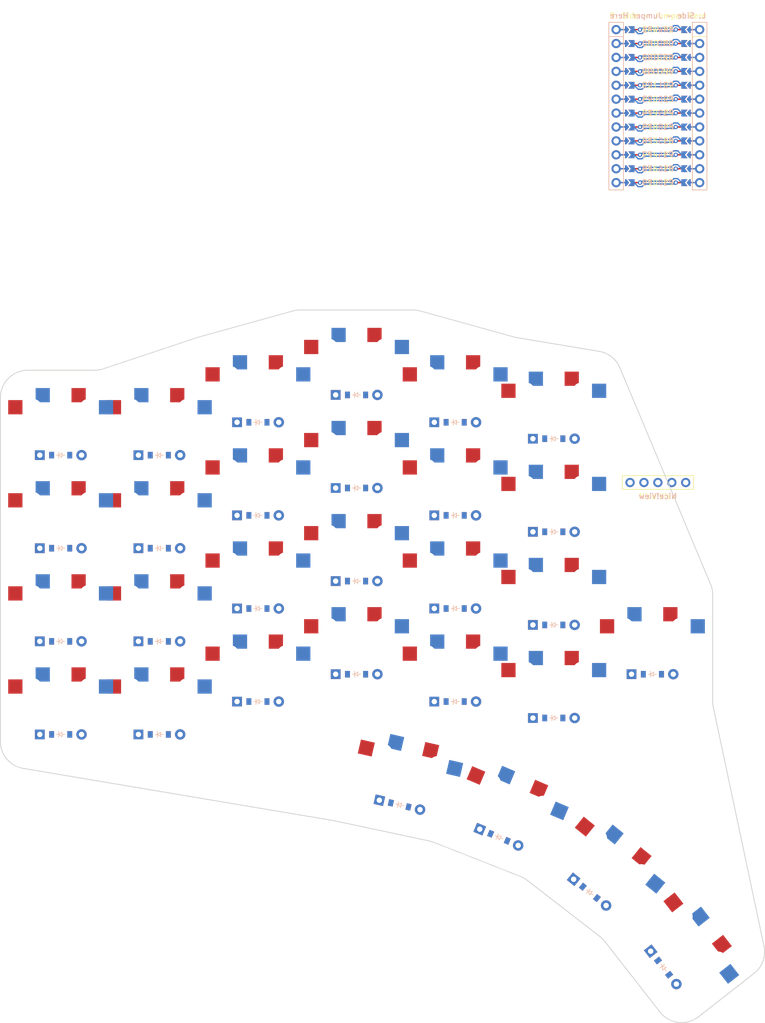
<source format=kicad_pcb>
(kicad_pcb (version 20171130) (host pcbnew 5.1.6)
  (title_block (title main) (rev v1.0.0) (company Unknown))
  (layers (0 F.Cu signal) (31 B.Cu signal) (34 B.Paste user) (35 F.Paste user) (36 B.SilkS user) (37 F.SilkS user) (38 B.Mask user) (39 F.Mask user) (44 Edge.Cuts user))
  (net 0 "")
  (net 1 "outer_bottom")
  (net 2 "outer_home")
  (net 3 "outer_top")
  (net 4 "outer_num")
  (net 5 "pinky_bottom")
  (net 6 "pinky_home")
  (net 7 "pinky_top")
  (net 8 "pinky_num")
  (net 9 "ring_bottom")
  (net 10 "ring_home")
  (net 11 "ring_top")
  (net 12 "ring_num")
  (net 13 "middle_bottom")
  (net 14 "middle_home")
  (net 15 "middle_top")
  (net 16 "middle_num")
  (net 17 "index_bottom")
  (net 18 "index_home")
  (net 19 "index_top")
  (net 20 "index_num")
  (net 21 "inner_bottom")
  (net 22 "inner_home")
  (net 23 "inner_top")
  (net 24 "inner_num")
  (net 25 "single_home")
  (net 26 "inner_cluster")
  (net 27 "home_cluster")
  (net 28 "outer_cluster")
  (net 29 "oouter_cluster")
  (net 30 "VCC")
  (net 31 "GND")
  (net 32 "SDA")
  (net 33 "SCL")
  (net 34 "CS")
  (net 35 "RAW")
  (net 36 "RST")
  (net 37 "P21")
  (net 38 "P20")
  (net 39 "P19")
  (net 40 "P18")
  (net 41 "P15")
  (net 42 "P14")
  (net 43 "P16")
  (net 44 "P10")
  (net 45 "P1")
  (net 46 "P0")
  (net 47 "P2")
  (net 48 "P3")
  (net 49 "P4")
  (net 50 "P5")
  (net 51 "P6")
  (net 52 "P7")
  (net 53 "P8")
  (net 54 "P9")
  (net 55 "MCU1_24")
  (net 56 "MCU1_1")
  (net 57 "MCU1_23")
  (net 58 "MCU1_2")
  (net 59 "MCU1_22")
  (net 60 "MCU1_3")
  (net 61 "MCU1_21")
  (net 62 "MCU1_4")
  (net 63 "MCU1_20")
  (net 64 "MCU1_5")
  (net 65 "MCU1_19")
  (net 66 "MCU1_6")
  (net 67 "MCU1_18")
  (net 68 "MCU1_7")
  (net 69 "MCU1_17")
  (net 70 "MCU1_8")
  (net 71 "MCU1_16")
  (net 72 "MCU1_9")
  (net 73 "MCU1_15")
  (net 74 "MCU1_10")
  (net 75 "MCU1_14")
  (net 76 "MCU1_11")
  (net 77 "MCU1_13")
  (net 78 "MCU1_12")
  (module PG1350 (layer F.Cu) (at 0 0 0)
    (fp_text reference "S1" hide)
    (fp_text value "" hide)
    (pad "" np_thru_hole circle (at 0 0) (size 3.429 3.429) (drill 3.429) (layers *.Cu *.Mask))
    (pad "" np_thru_hole circle (at 5.5 0) (size 1.7018 1.7018) (drill 1.7018) (layers *.Cu *.Mask))
    (pad "" np_thru_hole circle (at -5.5 0) (size 1.7018 1.7018) (drill 1.7018) (layers *.Cu *.Mask))
    (pad "" np_thru_hole circle (at 5 -3.75) (size 3 3) (drill 3) (layers *.Cu *.Mask))
    (pad "" np_thru_hole circle (at 0 -5.95) (size 3 3) (drill 3) (layers *.Cu *.Mask))
    (pad 1 smd rect (at -3.275 -5.95 0) (size 2.6 2.6) (layers B.Cu B.Paste B.Mask) (net 0 ""))
    (pad 2 smd rect (at 8.275 -3.75 0) (size 2.6 2.6) (layers B.Cu B.Paste B.Mask) (net 1 "outer_bottom"))
    (pad "" np_thru_hole circle (at -5 -3.75) (size 3 3) (drill 3) (layers *.Cu *.Mask))
    (pad "" np_thru_hole circle (at 0 -5.95) (size 3 3) (drill 3) (layers *.Cu *.Mask))
    (pad 1 smd rect (at 3.275 -5.95 0) (size 2.6 2.6) (layers F.Cu F.Paste F.Mask) (net 0 ""))
    (pad 2 smd rect (at -8.275 -3.75 0) (size 2.6 2.6) (layers F.Cu F.Paste F.Mask) (net 1 "outer_bottom"))
  )
  (module PG1350 (layer F.Cu) (at 0 -17 0)
    (fp_text reference "S2" hide)
    (fp_text value "" hide)
    (pad "" np_thru_hole circle (at 0 0) (size 3.429 3.429) (drill 3.429) (layers *.Cu *.Mask))
    (pad "" np_thru_hole circle (at 5.5 0) (size 1.7018 1.7018) (drill 1.7018) (layers *.Cu *.Mask))
    (pad "" np_thru_hole circle (at -5.5 0) (size 1.7018 1.7018) (drill 1.7018) (layers *.Cu *.Mask))
    (pad "" np_thru_hole circle (at 5 -3.75) (size 3 3) (drill 3) (layers *.Cu *.Mask))
    (pad "" np_thru_hole circle (at 0 -5.95) (size 3 3) (drill 3) (layers *.Cu *.Mask))
    (pad 1 smd rect (at -3.275 -5.95 0) (size 2.6 2.6) (layers B.Cu B.Paste B.Mask) (net 0 ""))
    (pad 2 smd rect (at 8.275 -3.75 0) (size 2.6 2.6) (layers B.Cu B.Paste B.Mask) (net 2 "outer_home"))
    (pad "" np_thru_hole circle (at -5 -3.75) (size 3 3) (drill 3) (layers *.Cu *.Mask))
    (pad "" np_thru_hole circle (at 0 -5.95) (size 3 3) (drill 3) (layers *.Cu *.Mask))
    (pad 1 smd rect (at 3.275 -5.95 0) (size 2.6 2.6) (layers F.Cu F.Paste F.Mask) (net 0 ""))
    (pad 2 smd rect (at -8.275 -3.75 0) (size 2.6 2.6) (layers F.Cu F.Paste F.Mask) (net 2 "outer_home"))
  )
  (module PG1350 (layer F.Cu) (at 0 -34 0)
    (fp_text reference "S3" hide)
    (fp_text value "" hide)
    (pad "" np_thru_hole circle (at 0 0) (size 3.429 3.429) (drill 3.429) (layers *.Cu *.Mask))
    (pad "" np_thru_hole circle (at 5.5 0) (size 1.7018 1.7018) (drill 1.7018) (layers *.Cu *.Mask))
    (pad "" np_thru_hole circle (at -5.5 0) (size 1.7018 1.7018) (drill 1.7018) (layers *.Cu *.Mask))
    (pad "" np_thru_hole circle (at 5 -3.75) (size 3 3) (drill 3) (layers *.Cu *.Mask))
    (pad "" np_thru_hole circle (at 0 -5.95) (size 3 3) (drill 3) (layers *.Cu *.Mask))
    (pad 1 smd rect (at -3.275 -5.95 0) (size 2.6 2.6) (layers B.Cu B.Paste B.Mask) (net 0 ""))
    (pad 2 smd rect (at 8.275 -3.75 0) (size 2.6 2.6) (layers B.Cu B.Paste B.Mask) (net 3 "outer_top"))
    (pad "" np_thru_hole circle (at -5 -3.75) (size 3 3) (drill 3) (layers *.Cu *.Mask))
    (pad "" np_thru_hole circle (at 0 -5.95) (size 3 3) (drill 3) (layers *.Cu *.Mask))
    (pad 1 smd rect (at 3.275 -5.95 0) (size 2.6 2.6) (layers F.Cu F.Paste F.Mask) (net 0 ""))
    (pad 2 smd rect (at -8.275 -3.75 0) (size 2.6 2.6) (layers F.Cu F.Paste F.Mask) (net 3 "outer_top"))
  )
  (module PG1350 (layer F.Cu) (at 0 -51 0)
    (fp_text reference "S4" hide)
    (fp_text value "" hide)
    (pad "" np_thru_hole circle (at 0 0) (size 3.429 3.429) (drill 3.429) (layers *.Cu *.Mask))
    (pad "" np_thru_hole circle (at 5.5 0) (size 1.7018 1.7018) (drill 1.7018) (layers *.Cu *.Mask))
    (pad "" np_thru_hole circle (at -5.5 0) (size 1.7018 1.7018) (drill 1.7018) (layers *.Cu *.Mask))
    (pad "" np_thru_hole circle (at 5 -3.75) (size 3 3) (drill 3) (layers *.Cu *.Mask))
    (pad "" np_thru_hole circle (at 0 -5.95) (size 3 3) (drill 3) (layers *.Cu *.Mask))
    (pad 1 smd rect (at -3.275 -5.95 0) (size 2.6 2.6) (layers B.Cu B.Paste B.Mask) (net 0 ""))
    (pad 2 smd rect (at 8.275 -3.75 0) (size 2.6 2.6) (layers B.Cu B.Paste B.Mask) (net 4 "outer_num"))
    (pad "" np_thru_hole circle (at -5 -3.75) (size 3 3) (drill 3) (layers *.Cu *.Mask))
    (pad "" np_thru_hole circle (at 0 -5.95) (size 3 3) (drill 3) (layers *.Cu *.Mask))
    (pad 1 smd rect (at 3.275 -5.95 0) (size 2.6 2.6) (layers F.Cu F.Paste F.Mask) (net 0 ""))
    (pad 2 smd rect (at -8.275 -3.75 0) (size 2.6 2.6) (layers F.Cu F.Paste F.Mask) (net 4 "outer_num"))
  )
  (module PG1350 (layer F.Cu) (at 18 0 0)
    (fp_text reference "S5" hide)
    (fp_text value "" hide)
    (pad "" np_thru_hole circle (at 0 0) (size 3.429 3.429) (drill 3.429) (layers *.Cu *.Mask))
    (pad "" np_thru_hole circle (at 5.5 0) (size 1.7018 1.7018) (drill 1.7018) (layers *.Cu *.Mask))
    (pad "" np_thru_hole circle (at -5.5 0) (size 1.7018 1.7018) (drill 1.7018) (layers *.Cu *.Mask))
    (pad "" np_thru_hole circle (at 5 -3.75) (size 3 3) (drill 3) (layers *.Cu *.Mask))
    (pad "" np_thru_hole circle (at 0 -5.95) (size 3 3) (drill 3) (layers *.Cu *.Mask))
    (pad 1 smd rect (at -3.275 -5.95 0) (size 2.6 2.6) (layers B.Cu B.Paste B.Mask) (net 0 ""))
    (pad 2 smd rect (at 8.275 -3.75 0) (size 2.6 2.6) (layers B.Cu B.Paste B.Mask) (net 5 "pinky_bottom"))
    (pad "" np_thru_hole circle (at -5 -3.75) (size 3 3) (drill 3) (layers *.Cu *.Mask))
    (pad "" np_thru_hole circle (at 0 -5.95) (size 3 3) (drill 3) (layers *.Cu *.Mask))
    (pad 1 smd rect (at 3.275 -5.95 0) (size 2.6 2.6) (layers F.Cu F.Paste F.Mask) (net 0 ""))
    (pad 2 smd rect (at -8.275 -3.75 0) (size 2.6 2.6) (layers F.Cu F.Paste F.Mask) (net 5 "pinky_bottom"))
  )
  (module PG1350 (layer F.Cu) (at 18 -17 0)
    (fp_text reference "S6" hide)
    (fp_text value "" hide)
    (pad "" np_thru_hole circle (at 0 0) (size 3.429 3.429) (drill 3.429) (layers *.Cu *.Mask))
    (pad "" np_thru_hole circle (at 5.5 0) (size 1.7018 1.7018) (drill 1.7018) (layers *.Cu *.Mask))
    (pad "" np_thru_hole circle (at -5.5 0) (size 1.7018 1.7018) (drill 1.7018) (layers *.Cu *.Mask))
    (pad "" np_thru_hole circle (at 5 -3.75) (size 3 3) (drill 3) (layers *.Cu *.Mask))
    (pad "" np_thru_hole circle (at 0 -5.95) (size 3 3) (drill 3) (layers *.Cu *.Mask))
    (pad 1 smd rect (at -3.275 -5.95 0) (size 2.6 2.6) (layers B.Cu B.Paste B.Mask) (net 0 ""))
    (pad 2 smd rect (at 8.275 -3.75 0) (size 2.6 2.6) (layers B.Cu B.Paste B.Mask) (net 6 "pinky_home"))
    (pad "" np_thru_hole circle (at -5 -3.75) (size 3 3) (drill 3) (layers *.Cu *.Mask))
    (pad "" np_thru_hole circle (at 0 -5.95) (size 3 3) (drill 3) (layers *.Cu *.Mask))
    (pad 1 smd rect (at 3.275 -5.95 0) (size 2.6 2.6) (layers F.Cu F.Paste F.Mask) (net 0 ""))
    (pad 2 smd rect (at -8.275 -3.75 0) (size 2.6 2.6) (layers F.Cu F.Paste F.Mask) (net 6 "pinky_home"))
  )
  (module PG1350 (layer F.Cu) (at 18 -34 0)
    (fp_text reference "S7" hide)
    (fp_text value "" hide)
    (pad "" np_thru_hole circle (at 0 0) (size 3.429 3.429) (drill 3.429) (layers *.Cu *.Mask))
    (pad "" np_thru_hole circle (at 5.5 0) (size 1.7018 1.7018) (drill 1.7018) (layers *.Cu *.Mask))
    (pad "" np_thru_hole circle (at -5.5 0) (size 1.7018 1.7018) (drill 1.7018) (layers *.Cu *.Mask))
    (pad "" np_thru_hole circle (at 5 -3.75) (size 3 3) (drill 3) (layers *.Cu *.Mask))
    (pad "" np_thru_hole circle (at 0 -5.95) (size 3 3) (drill 3) (layers *.Cu *.Mask))
    (pad 1 smd rect (at -3.275 -5.95 0) (size 2.6 2.6) (layers B.Cu B.Paste B.Mask) (net 0 ""))
    (pad 2 smd rect (at 8.275 -3.75 0) (size 2.6 2.6) (layers B.Cu B.Paste B.Mask) (net 7 "pinky_top"))
    (pad "" np_thru_hole circle (at -5 -3.75) (size 3 3) (drill 3) (layers *.Cu *.Mask))
    (pad "" np_thru_hole circle (at 0 -5.95) (size 3 3) (drill 3) (layers *.Cu *.Mask))
    (pad 1 smd rect (at 3.275 -5.95 0) (size 2.6 2.6) (layers F.Cu F.Paste F.Mask) (net 0 ""))
    (pad 2 smd rect (at -8.275 -3.75 0) (size 2.6 2.6) (layers F.Cu F.Paste F.Mask) (net 7 "pinky_top"))
  )
  (module PG1350 (layer F.Cu) (at 18 -51 0)
    (fp_text reference "S8" hide)
    (fp_text value "" hide)
    (pad "" np_thru_hole circle (at 0 0) (size 3.429 3.429) (drill 3.429) (layers *.Cu *.Mask))
    (pad "" np_thru_hole circle (at 5.5 0) (size 1.7018 1.7018) (drill 1.7018) (layers *.Cu *.Mask))
    (pad "" np_thru_hole circle (at -5.5 0) (size 1.7018 1.7018) (drill 1.7018) (layers *.Cu *.Mask))
    (pad "" np_thru_hole circle (at 5 -3.75) (size 3 3) (drill 3) (layers *.Cu *.Mask))
    (pad "" np_thru_hole circle (at 0 -5.95) (size 3 3) (drill 3) (layers *.Cu *.Mask))
    (pad 1 smd rect (at -3.275 -5.95 0) (size 2.6 2.6) (layers B.Cu B.Paste B.Mask) (net 0 ""))
    (pad 2 smd rect (at 8.275 -3.75 0) (size 2.6 2.6) (layers B.Cu B.Paste B.Mask) (net 8 "pinky_num"))
    (pad "" np_thru_hole circle (at -5 -3.75) (size 3 3) (drill 3) (layers *.Cu *.Mask))
    (pad "" np_thru_hole circle (at 0 -5.95) (size 3 3) (drill 3) (layers *.Cu *.Mask))
    (pad 1 smd rect (at 3.275 -5.95 0) (size 2.6 2.6) (layers F.Cu F.Paste F.Mask) (net 0 ""))
    (pad 2 smd rect (at -8.275 -3.75 0) (size 2.6 2.6) (layers F.Cu F.Paste F.Mask) (net 8 "pinky_num"))
  )
  (module PG1350 (layer F.Cu) (at 36 -6 0)
    (fp_text reference "S9" hide)
    (fp_text value "" hide)
    (pad "" np_thru_hole circle (at 0 0) (size 3.429 3.429) (drill 3.429) (layers *.Cu *.Mask))
    (pad "" np_thru_hole circle (at 5.5 0) (size 1.7018 1.7018) (drill 1.7018) (layers *.Cu *.Mask))
    (pad "" np_thru_hole circle (at -5.5 0) (size 1.7018 1.7018) (drill 1.7018) (layers *.Cu *.Mask))
    (pad "" np_thru_hole circle (at 5 -3.75) (size 3 3) (drill 3) (layers *.Cu *.Mask))
    (pad "" np_thru_hole circle (at 0 -5.95) (size 3 3) (drill 3) (layers *.Cu *.Mask))
    (pad 1 smd rect (at -3.275 -5.95 0) (size 2.6 2.6) (layers B.Cu B.Paste B.Mask) (net 0 ""))
    (pad 2 smd rect (at 8.275 -3.75 0) (size 2.6 2.6) (layers B.Cu B.Paste B.Mask) (net 9 "ring_bottom"))
    (pad "" np_thru_hole circle (at -5 -3.75) (size 3 3) (drill 3) (layers *.Cu *.Mask))
    (pad "" np_thru_hole circle (at 0 -5.95) (size 3 3) (drill 3) (layers *.Cu *.Mask))
    (pad 1 smd rect (at 3.275 -5.95 0) (size 2.6 2.6) (layers F.Cu F.Paste F.Mask) (net 0 ""))
    (pad 2 smd rect (at -8.275 -3.75 0) (size 2.6 2.6) (layers F.Cu F.Paste F.Mask) (net 9 "ring_bottom"))
  )
  (module PG1350 (layer F.Cu) (at 36 -23 0)
    (fp_text reference "S10" hide)
    (fp_text value "" hide)
    (pad "" np_thru_hole circle (at 0 0) (size 3.429 3.429) (drill 3.429) (layers *.Cu *.Mask))
    (pad "" np_thru_hole circle (at 5.5 0) (size 1.7018 1.7018) (drill 1.7018) (layers *.Cu *.Mask))
    (pad "" np_thru_hole circle (at -5.5 0) (size 1.7018 1.7018) (drill 1.7018) (layers *.Cu *.Mask))
    (pad "" np_thru_hole circle (at 5 -3.75) (size 3 3) (drill 3) (layers *.Cu *.Mask))
    (pad "" np_thru_hole circle (at 0 -5.95) (size 3 3) (drill 3) (layers *.Cu *.Mask))
    (pad 1 smd rect (at -3.275 -5.95 0) (size 2.6 2.6) (layers B.Cu B.Paste B.Mask) (net 0 ""))
    (pad 2 smd rect (at 8.275 -3.75 0) (size 2.6 2.6) (layers B.Cu B.Paste B.Mask) (net 10 "ring_home"))
    (pad "" np_thru_hole circle (at -5 -3.75) (size 3 3) (drill 3) (layers *.Cu *.Mask))
    (pad "" np_thru_hole circle (at 0 -5.95) (size 3 3) (drill 3) (layers *.Cu *.Mask))
    (pad 1 smd rect (at 3.275 -5.95 0) (size 2.6 2.6) (layers F.Cu F.Paste F.Mask) (net 0 ""))
    (pad 2 smd rect (at -8.275 -3.75 0) (size 2.6 2.6) (layers F.Cu F.Paste F.Mask) (net 10 "ring_home"))
  )
  (module PG1350 (layer F.Cu) (at 36 -40 0)
    (fp_text reference "S11" hide)
    (fp_text value "" hide)
    (pad "" np_thru_hole circle (at 0 0) (size 3.429 3.429) (drill 3.429) (layers *.Cu *.Mask))
    (pad "" np_thru_hole circle (at 5.5 0) (size 1.7018 1.7018) (drill 1.7018) (layers *.Cu *.Mask))
    (pad "" np_thru_hole circle (at -5.5 0) (size 1.7018 1.7018) (drill 1.7018) (layers *.Cu *.Mask))
    (pad "" np_thru_hole circle (at 5 -3.75) (size 3 3) (drill 3) (layers *.Cu *.Mask))
    (pad "" np_thru_hole circle (at 0 -5.95) (size 3 3) (drill 3) (layers *.Cu *.Mask))
    (pad 1 smd rect (at -3.275 -5.95 0) (size 2.6 2.6) (layers B.Cu B.Paste B.Mask) (net 0 ""))
    (pad 2 smd rect (at 8.275 -3.75 0) (size 2.6 2.6) (layers B.Cu B.Paste B.Mask) (net 11 "ring_top"))
    (pad "" np_thru_hole circle (at -5 -3.75) (size 3 3) (drill 3) (layers *.Cu *.Mask))
    (pad "" np_thru_hole circle (at 0 -5.95) (size 3 3) (drill 3) (layers *.Cu *.Mask))
    (pad 1 smd rect (at 3.275 -5.95 0) (size 2.6 2.6) (layers F.Cu F.Paste F.Mask) (net 0 ""))
    (pad 2 smd rect (at -8.275 -3.75 0) (size 2.6 2.6) (layers F.Cu F.Paste F.Mask) (net 11 "ring_top"))
  )
  (module PG1350 (layer F.Cu) (at 36 -57 0)
    (fp_text reference "S12" hide)
    (fp_text value "" hide)
    (pad "" np_thru_hole circle (at 0 0) (size 3.429 3.429) (drill 3.429) (layers *.Cu *.Mask))
    (pad "" np_thru_hole circle (at 5.5 0) (size 1.7018 1.7018) (drill 1.7018) (layers *.Cu *.Mask))
    (pad "" np_thru_hole circle (at -5.5 0) (size 1.7018 1.7018) (drill 1.7018) (layers *.Cu *.Mask))
    (pad "" np_thru_hole circle (at 5 -3.75) (size 3 3) (drill 3) (layers *.Cu *.Mask))
    (pad "" np_thru_hole circle (at 0 -5.95) (size 3 3) (drill 3) (layers *.Cu *.Mask))
    (pad 1 smd rect (at -3.275 -5.95 0) (size 2.6 2.6) (layers B.Cu B.Paste B.Mask) (net 0 ""))
    (pad 2 smd rect (at 8.275 -3.75 0) (size 2.6 2.6) (layers B.Cu B.Paste B.Mask) (net 12 "ring_num"))
    (pad "" np_thru_hole circle (at -5 -3.75) (size 3 3) (drill 3) (layers *.Cu *.Mask))
    (pad "" np_thru_hole circle (at 0 -5.95) (size 3 3) (drill 3) (layers *.Cu *.Mask))
    (pad 1 smd rect (at 3.275 -5.95 0) (size 2.6 2.6) (layers F.Cu F.Paste F.Mask) (net 0 ""))
    (pad 2 smd rect (at -8.275 -3.75 0) (size 2.6 2.6) (layers F.Cu F.Paste F.Mask) (net 12 "ring_num"))
  )
  (module PG1350 (layer F.Cu) (at 54 -11 0)
    (fp_text reference "S13" hide)
    (fp_text value "" hide)
    (pad "" np_thru_hole circle (at 0 0) (size 3.429 3.429) (drill 3.429) (layers *.Cu *.Mask))
    (pad "" np_thru_hole circle (at 5.5 0) (size 1.7018 1.7018) (drill 1.7018) (layers *.Cu *.Mask))
    (pad "" np_thru_hole circle (at -5.5 0) (size 1.7018 1.7018) (drill 1.7018) (layers *.Cu *.Mask))
    (pad "" np_thru_hole circle (at 5 -3.75) (size 3 3) (drill 3) (layers *.Cu *.Mask))
    (pad "" np_thru_hole circle (at 0 -5.95) (size 3 3) (drill 3) (layers *.Cu *.Mask))
    (pad 1 smd rect (at -3.275 -5.95 0) (size 2.6 2.6) (layers B.Cu B.Paste B.Mask) (net 0 ""))
    (pad 2 smd rect (at 8.275 -3.75 0) (size 2.6 2.6) (layers B.Cu B.Paste B.Mask) (net 13 "middle_bottom"))
    (pad "" np_thru_hole circle (at -5 -3.75) (size 3 3) (drill 3) (layers *.Cu *.Mask))
    (pad "" np_thru_hole circle (at 0 -5.95) (size 3 3) (drill 3) (layers *.Cu *.Mask))
    (pad 1 smd rect (at 3.275 -5.95 0) (size 2.6 2.6) (layers F.Cu F.Paste F.Mask) (net 0 ""))
    (pad 2 smd rect (at -8.275 -3.75 0) (size 2.6 2.6) (layers F.Cu F.Paste F.Mask) (net 13 "middle_bottom"))
  )
  (module PG1350 (layer F.Cu) (at 54 -28 0)
    (fp_text reference "S14" hide)
    (fp_text value "" hide)
    (pad "" np_thru_hole circle (at 0 0) (size 3.429 3.429) (drill 3.429) (layers *.Cu *.Mask))
    (pad "" np_thru_hole circle (at 5.5 0) (size 1.7018 1.7018) (drill 1.7018) (layers *.Cu *.Mask))
    (pad "" np_thru_hole circle (at -5.5 0) (size 1.7018 1.7018) (drill 1.7018) (layers *.Cu *.Mask))
    (pad "" np_thru_hole circle (at 5 -3.75) (size 3 3) (drill 3) (layers *.Cu *.Mask))
    (pad "" np_thru_hole circle (at 0 -5.95) (size 3 3) (drill 3) (layers *.Cu *.Mask))
    (pad 1 smd rect (at -3.275 -5.95 0) (size 2.6 2.6) (layers B.Cu B.Paste B.Mask) (net 0 ""))
    (pad 2 smd rect (at 8.275 -3.75 0) (size 2.6 2.6) (layers B.Cu B.Paste B.Mask) (net 14 "middle_home"))
    (pad "" np_thru_hole circle (at -5 -3.75) (size 3 3) (drill 3) (layers *.Cu *.Mask))
    (pad "" np_thru_hole circle (at 0 -5.95) (size 3 3) (drill 3) (layers *.Cu *.Mask))
    (pad 1 smd rect (at 3.275 -5.95 0) (size 2.6 2.6) (layers F.Cu F.Paste F.Mask) (net 0 ""))
    (pad 2 smd rect (at -8.275 -3.75 0) (size 2.6 2.6) (layers F.Cu F.Paste F.Mask) (net 14 "middle_home"))
  )
  (module PG1350 (layer F.Cu) (at 54 -45 0)
    (fp_text reference "S15" hide)
    (fp_text value "" hide)
    (pad "" np_thru_hole circle (at 0 0) (size 3.429 3.429) (drill 3.429) (layers *.Cu *.Mask))
    (pad "" np_thru_hole circle (at 5.5 0) (size 1.7018 1.7018) (drill 1.7018) (layers *.Cu *.Mask))
    (pad "" np_thru_hole circle (at -5.5 0) (size 1.7018 1.7018) (drill 1.7018) (layers *.Cu *.Mask))
    (pad "" np_thru_hole circle (at 5 -3.75) (size 3 3) (drill 3) (layers *.Cu *.Mask))
    (pad "" np_thru_hole circle (at 0 -5.95) (size 3 3) (drill 3) (layers *.Cu *.Mask))
    (pad 1 smd rect (at -3.275 -5.95 0) (size 2.6 2.6) (layers B.Cu B.Paste B.Mask) (net 0 ""))
    (pad 2 smd rect (at 8.275 -3.75 0) (size 2.6 2.6) (layers B.Cu B.Paste B.Mask) (net 15 "middle_top"))
    (pad "" np_thru_hole circle (at -5 -3.75) (size 3 3) (drill 3) (layers *.Cu *.Mask))
    (pad "" np_thru_hole circle (at 0 -5.95) (size 3 3) (drill 3) (layers *.Cu *.Mask))
    (pad 1 smd rect (at 3.275 -5.95 0) (size 2.6 2.6) (layers F.Cu F.Paste F.Mask) (net 0 ""))
    (pad 2 smd rect (at -8.275 -3.75 0) (size 2.6 2.6) (layers F.Cu F.Paste F.Mask) (net 15 "middle_top"))
  )
  (module PG1350 (layer F.Cu) (at 54 -62 0)
    (fp_text reference "S16" hide)
    (fp_text value "" hide)
    (pad "" np_thru_hole circle (at 0 0) (size 3.429 3.429) (drill 3.429) (layers *.Cu *.Mask))
    (pad "" np_thru_hole circle (at 5.5 0) (size 1.7018 1.7018) (drill 1.7018) (layers *.Cu *.Mask))
    (pad "" np_thru_hole circle (at -5.5 0) (size 1.7018 1.7018) (drill 1.7018) (layers *.Cu *.Mask))
    (pad "" np_thru_hole circle (at 5 -3.75) (size 3 3) (drill 3) (layers *.Cu *.Mask))
    (pad "" np_thru_hole circle (at 0 -5.95) (size 3 3) (drill 3) (layers *.Cu *.Mask))
    (pad 1 smd rect (at -3.275 -5.95 0) (size 2.6 2.6) (layers B.Cu B.Paste B.Mask) (net 0 ""))
    (pad 2 smd rect (at 8.275 -3.75 0) (size 2.6 2.6) (layers B.Cu B.Paste B.Mask) (net 16 "middle_num"))
    (pad "" np_thru_hole circle (at -5 -3.75) (size 3 3) (drill 3) (layers *.Cu *.Mask))
    (pad "" np_thru_hole circle (at 0 -5.95) (size 3 3) (drill 3) (layers *.Cu *.Mask))
    (pad 1 smd rect (at 3.275 -5.95 0) (size 2.6 2.6) (layers F.Cu F.Paste F.Mask) (net 0 ""))
    (pad 2 smd rect (at -8.275 -3.75 0) (size 2.6 2.6) (layers F.Cu F.Paste F.Mask) (net 16 "middle_num"))
  )
  (module PG1350 (layer F.Cu) (at 72 -6 0)
    (fp_text reference "S17" hide)
    (fp_text value "" hide)
    (pad "" np_thru_hole circle (at 0 0) (size 3.429 3.429) (drill 3.429) (layers *.Cu *.Mask))
    (pad "" np_thru_hole circle (at 5.5 0) (size 1.7018 1.7018) (drill 1.7018) (layers *.Cu *.Mask))
    (pad "" np_thru_hole circle (at -5.5 0) (size 1.7018 1.7018) (drill 1.7018) (layers *.Cu *.Mask))
    (pad "" np_thru_hole circle (at 5 -3.75) (size 3 3) (drill 3) (layers *.Cu *.Mask))
    (pad "" np_thru_hole circle (at 0 -5.95) (size 3 3) (drill 3) (layers *.Cu *.Mask))
    (pad 1 smd rect (at -3.275 -5.95 0) (size 2.6 2.6) (layers B.Cu B.Paste B.Mask) (net 0 ""))
    (pad 2 smd rect (at 8.275 -3.75 0) (size 2.6 2.6) (layers B.Cu B.Paste B.Mask) (net 17 "index_bottom"))
    (pad "" np_thru_hole circle (at -5 -3.75) (size 3 3) (drill 3) (layers *.Cu *.Mask))
    (pad "" np_thru_hole circle (at 0 -5.95) (size 3 3) (drill 3) (layers *.Cu *.Mask))
    (pad 1 smd rect (at 3.275 -5.95 0) (size 2.6 2.6) (layers F.Cu F.Paste F.Mask) (net 0 ""))
    (pad 2 smd rect (at -8.275 -3.75 0) (size 2.6 2.6) (layers F.Cu F.Paste F.Mask) (net 17 "index_bottom"))
  )
  (module PG1350 (layer F.Cu) (at 72 -23 0)
    (fp_text reference "S18" hide)
    (fp_text value "" hide)
    (pad "" np_thru_hole circle (at 0 0) (size 3.429 3.429) (drill 3.429) (layers *.Cu *.Mask))
    (pad "" np_thru_hole circle (at 5.5 0) (size 1.7018 1.7018) (drill 1.7018) (layers *.Cu *.Mask))
    (pad "" np_thru_hole circle (at -5.5 0) (size 1.7018 1.7018) (drill 1.7018) (layers *.Cu *.Mask))
    (pad "" np_thru_hole circle (at 5 -3.75) (size 3 3) (drill 3) (layers *.Cu *.Mask))
    (pad "" np_thru_hole circle (at 0 -5.95) (size 3 3) (drill 3) (layers *.Cu *.Mask))
    (pad 1 smd rect (at -3.275 -5.95 0) (size 2.6 2.6) (layers B.Cu B.Paste B.Mask) (net 0 ""))
    (pad 2 smd rect (at 8.275 -3.75 0) (size 2.6 2.6) (layers B.Cu B.Paste B.Mask) (net 18 "index_home"))
    (pad "" np_thru_hole circle (at -5 -3.75) (size 3 3) (drill 3) (layers *.Cu *.Mask))
    (pad "" np_thru_hole circle (at 0 -5.95) (size 3 3) (drill 3) (layers *.Cu *.Mask))
    (pad 1 smd rect (at 3.275 -5.95 0) (size 2.6 2.6) (layers F.Cu F.Paste F.Mask) (net 0 ""))
    (pad 2 smd rect (at -8.275 -3.75 0) (size 2.6 2.6) (layers F.Cu F.Paste F.Mask) (net 18 "index_home"))
  )
  (module PG1350 (layer F.Cu) (at 72 -40 0)
    (fp_text reference "S19" hide)
    (fp_text value "" hide)
    (pad "" np_thru_hole circle (at 0 0) (size 3.429 3.429) (drill 3.429) (layers *.Cu *.Mask))
    (pad "" np_thru_hole circle (at 5.5 0) (size 1.7018 1.7018) (drill 1.7018) (layers *.Cu *.Mask))
    (pad "" np_thru_hole circle (at -5.5 0) (size 1.7018 1.7018) (drill 1.7018) (layers *.Cu *.Mask))
    (pad "" np_thru_hole circle (at 5 -3.75) (size 3 3) (drill 3) (layers *.Cu *.Mask))
    (pad "" np_thru_hole circle (at 0 -5.95) (size 3 3) (drill 3) (layers *.Cu *.Mask))
    (pad 1 smd rect (at -3.275 -5.95 0) (size 2.6 2.6) (layers B.Cu B.Paste B.Mask) (net 0 ""))
    (pad 2 smd rect (at 8.275 -3.75 0) (size 2.6 2.6) (layers B.Cu B.Paste B.Mask) (net 19 "index_top"))
    (pad "" np_thru_hole circle (at -5 -3.75) (size 3 3) (drill 3) (layers *.Cu *.Mask))
    (pad "" np_thru_hole circle (at 0 -5.95) (size 3 3) (drill 3) (layers *.Cu *.Mask))
    (pad 1 smd rect (at 3.275 -5.95 0) (size 2.6 2.6) (layers F.Cu F.Paste F.Mask) (net 0 ""))
    (pad 2 smd rect (at -8.275 -3.75 0) (size 2.6 2.6) (layers F.Cu F.Paste F.Mask) (net 19 "index_top"))
  )
  (module PG1350 (layer F.Cu) (at 72 -57 0)
    (fp_text reference "S20" hide)
    (fp_text value "" hide)
    (pad "" np_thru_hole circle (at 0 0) (size 3.429 3.429) (drill 3.429) (layers *.Cu *.Mask))
    (pad "" np_thru_hole circle (at 5.5 0) (size 1.7018 1.7018) (drill 1.7018) (layers *.Cu *.Mask))
    (pad "" np_thru_hole circle (at -5.5 0) (size 1.7018 1.7018) (drill 1.7018) (layers *.Cu *.Mask))
    (pad "" np_thru_hole circle (at 5 -3.75) (size 3 3) (drill 3) (layers *.Cu *.Mask))
    (pad "" np_thru_hole circle (at 0 -5.95) (size 3 3) (drill 3) (layers *.Cu *.Mask))
    (pad 1 smd rect (at -3.275 -5.95 0) (size 2.6 2.6) (layers B.Cu B.Paste B.Mask) (net 0 ""))
    (pad 2 smd rect (at 8.275 -3.75 0) (size 2.6 2.6) (layers B.Cu B.Paste B.Mask) (net 20 "index_num"))
    (pad "" np_thru_hole circle (at -5 -3.75) (size 3 3) (drill 3) (layers *.Cu *.Mask))
    (pad "" np_thru_hole circle (at 0 -5.95) (size 3 3) (drill 3) (layers *.Cu *.Mask))
    (pad 1 smd rect (at 3.275 -5.95 0) (size 2.6 2.6) (layers F.Cu F.Paste F.Mask) (net 0 ""))
    (pad 2 smd rect (at -8.275 -3.75 0) (size 2.6 2.6) (layers F.Cu F.Paste F.Mask) (net 20 "index_num"))
  )
  (module PG1350 (layer F.Cu) (at 90 -3 0)
    (fp_text reference "S21" hide)
    (fp_text value "" hide)
    (pad "" np_thru_hole circle (at 0 0) (size 3.429 3.429) (drill 3.429) (layers *.Cu *.Mask))
    (pad "" np_thru_hole circle (at 5.5 0) (size 1.7018 1.7018) (drill 1.7018) (layers *.Cu *.Mask))
    (pad "" np_thru_hole circle (at -5.5 0) (size 1.7018 1.7018) (drill 1.7018) (layers *.Cu *.Mask))
    (pad "" np_thru_hole circle (at 5 -3.75) (size 3 3) (drill 3) (layers *.Cu *.Mask))
    (pad "" np_thru_hole circle (at 0 -5.95) (size 3 3) (drill 3) (layers *.Cu *.Mask))
    (pad 1 smd rect (at -3.275 -5.95 0) (size 2.6 2.6) (layers B.Cu B.Paste B.Mask) (net 0 ""))
    (pad 2 smd rect (at 8.275 -3.75 0) (size 2.6 2.6) (layers B.Cu B.Paste B.Mask) (net 21 "inner_bottom"))
    (pad "" np_thru_hole circle (at -5 -3.75) (size 3 3) (drill 3) (layers *.Cu *.Mask))
    (pad "" np_thru_hole circle (at 0 -5.95) (size 3 3) (drill 3) (layers *.Cu *.Mask))
    (pad 1 smd rect (at 3.275 -5.95 0) (size 2.6 2.6) (layers F.Cu F.Paste F.Mask) (net 0 ""))
    (pad 2 smd rect (at -8.275 -3.75 0) (size 2.6 2.6) (layers F.Cu F.Paste F.Mask) (net 21 "inner_bottom"))
  )
  (module PG1350 (layer F.Cu) (at 90 -20 0)
    (fp_text reference "S22" hide)
    (fp_text value "" hide)
    (pad "" np_thru_hole circle (at 0 0) (size 3.429 3.429) (drill 3.429) (layers *.Cu *.Mask))
    (pad "" np_thru_hole circle (at 5.5 0) (size 1.7018 1.7018) (drill 1.7018) (layers *.Cu *.Mask))
    (pad "" np_thru_hole circle (at -5.5 0) (size 1.7018 1.7018) (drill 1.7018) (layers *.Cu *.Mask))
    (pad "" np_thru_hole circle (at 5 -3.75) (size 3 3) (drill 3) (layers *.Cu *.Mask))
    (pad "" np_thru_hole circle (at 0 -5.95) (size 3 3) (drill 3) (layers *.Cu *.Mask))
    (pad 1 smd rect (at -3.275 -5.95 0) (size 2.6 2.6) (layers B.Cu B.Paste B.Mask) (net 0 ""))
    (pad 2 smd rect (at 8.275 -3.75 0) (size 2.6 2.6) (layers B.Cu B.Paste B.Mask) (net 22 "inner_home"))
    (pad "" np_thru_hole circle (at -5 -3.75) (size 3 3) (drill 3) (layers *.Cu *.Mask))
    (pad "" np_thru_hole circle (at 0 -5.95) (size 3 3) (drill 3) (layers *.Cu *.Mask))
    (pad 1 smd rect (at 3.275 -5.95 0) (size 2.6 2.6) (layers F.Cu F.Paste F.Mask) (net 0 ""))
    (pad 2 smd rect (at -8.275 -3.75 0) (size 2.6 2.6) (layers F.Cu F.Paste F.Mask) (net 22 "inner_home"))
  )
  (module PG1350 (layer F.Cu) (at 90 -37 0)
    (fp_text reference "S23" hide)
    (fp_text value "" hide)
    (pad "" np_thru_hole circle (at 0 0) (size 3.429 3.429) (drill 3.429) (layers *.Cu *.Mask))
    (pad "" np_thru_hole circle (at 5.5 0) (size 1.7018 1.7018) (drill 1.7018) (layers *.Cu *.Mask))
    (pad "" np_thru_hole circle (at -5.5 0) (size 1.7018 1.7018) (drill 1.7018) (layers *.Cu *.Mask))
    (pad "" np_thru_hole circle (at 5 -3.75) (size 3 3) (drill 3) (layers *.Cu *.Mask))
    (pad "" np_thru_hole circle (at 0 -5.95) (size 3 3) (drill 3) (layers *.Cu *.Mask))
    (pad 1 smd rect (at -3.275 -5.95 0) (size 2.6 2.6) (layers B.Cu B.Paste B.Mask) (net 0 ""))
    (pad 2 smd rect (at 8.275 -3.75 0) (size 2.6 2.6) (layers B.Cu B.Paste B.Mask) (net 23 "inner_top"))
    (pad "" np_thru_hole circle (at -5 -3.75) (size 3 3) (drill 3) (layers *.Cu *.Mask))
    (pad "" np_thru_hole circle (at 0 -5.95) (size 3 3) (drill 3) (layers *.Cu *.Mask))
    (pad 1 smd rect (at 3.275 -5.95 0) (size 2.6 2.6) (layers F.Cu F.Paste F.Mask) (net 0 ""))
    (pad 2 smd rect (at -8.275 -3.75 0) (size 2.6 2.6) (layers F.Cu F.Paste F.Mask) (net 23 "inner_top"))
  )
  (module PG1350 (layer F.Cu) (at 90 -54 0)
    (fp_text reference "S24" hide)
    (fp_text value "" hide)
    (pad "" np_thru_hole circle (at 0 0) (size 3.429 3.429) (drill 3.429) (layers *.Cu *.Mask))
    (pad "" np_thru_hole circle (at 5.5 0) (size 1.7018 1.7018) (drill 1.7018) (layers *.Cu *.Mask))
    (pad "" np_thru_hole circle (at -5.5 0) (size 1.7018 1.7018) (drill 1.7018) (layers *.Cu *.Mask))
    (pad "" np_thru_hole circle (at 5 -3.75) (size 3 3) (drill 3) (layers *.Cu *.Mask))
    (pad "" np_thru_hole circle (at 0 -5.95) (size 3 3) (drill 3) (layers *.Cu *.Mask))
    (pad 1 smd rect (at -3.275 -5.95 0) (size 2.6 2.6) (layers B.Cu B.Paste B.Mask) (net 0 ""))
    (pad 2 smd rect (at 8.275 -3.75 0) (size 2.6 2.6) (layers B.Cu B.Paste B.Mask) (net 24 "inner_num"))
    (pad "" np_thru_hole circle (at -5 -3.75) (size 3 3) (drill 3) (layers *.Cu *.Mask))
    (pad "" np_thru_hole circle (at 0 -5.95) (size 3 3) (drill 3) (layers *.Cu *.Mask))
    (pad 1 smd rect (at 3.275 -5.95 0) (size 2.6 2.6) (layers F.Cu F.Paste F.Mask) (net 0 ""))
    (pad 2 smd rect (at -8.275 -3.75 0) (size 2.6 2.6) (layers F.Cu F.Paste F.Mask) (net 24 "inner_num"))
  )
  (module PG1350 (layer F.Cu) (at 108 -11 0)
    (fp_text reference "S25" hide)
    (fp_text value "" hide)
    (pad "" np_thru_hole circle (at 0 0) (size 3.429 3.429) (drill 3.429) (layers *.Cu *.Mask))
    (pad "" np_thru_hole circle (at 5.5 0) (size 1.7018 1.7018) (drill 1.7018) (layers *.Cu *.Mask))
    (pad "" np_thru_hole circle (at -5.5 0) (size 1.7018 1.7018) (drill 1.7018) (layers *.Cu *.Mask))
    (pad "" np_thru_hole circle (at 5 -3.75) (size 3 3) (drill 3) (layers *.Cu *.Mask))
    (pad "" np_thru_hole circle (at 0 -5.95) (size 3 3) (drill 3) (layers *.Cu *.Mask))
    (pad 1 smd rect (at -3.275 -5.95 0) (size 2.6 2.6) (layers B.Cu B.Paste B.Mask) (net 0 ""))
    (pad 2 smd rect (at 8.275 -3.75 0) (size 2.6 2.6) (layers B.Cu B.Paste B.Mask) (net 25 "single_home"))
    (pad "" np_thru_hole circle (at -5 -3.75) (size 3 3) (drill 3) (layers *.Cu *.Mask))
    (pad "" np_thru_hole circle (at 0 -5.95) (size 3 3) (drill 3) (layers *.Cu *.Mask))
    (pad 1 smd rect (at 3.275 -5.95 0) (size 2.6 2.6) (layers F.Cu F.Paste F.Mask) (net 0 ""))
    (pad 2 smd rect (at -8.275 -3.75 0) (size 2.6 2.6) (layers F.Cu F.Paste F.Mask) (net 25 "single_home"))
  )
  (module PG1350 (layer F.Cu) (at 63 13 -13)
    (fp_text reference "S26" hide)
    (fp_text value "" hide)
    (pad "" np_thru_hole circle (at 0 0) (size 3.429 3.429) (drill 3.429) (layers *.Cu *.Mask))
    (pad "" np_thru_hole circle (at 5.5 0) (size 1.7018 1.7018) (drill 1.7018) (layers *.Cu *.Mask))
    (pad "" np_thru_hole circle (at -5.5 0) (size 1.7018 1.7018) (drill 1.7018) (layers *.Cu *.Mask))
    (pad "" np_thru_hole circle (at 5 -3.75) (size 3 3) (drill 3) (layers *.Cu *.Mask))
    (pad "" np_thru_hole circle (at 0 -5.95) (size 3 3) (drill 3) (layers *.Cu *.Mask))
    (pad 1 smd rect (at -3.275 -5.95 -13) (size 2.6 2.6) (layers B.Cu B.Paste B.Mask) (net 0 ""))
    (pad 2 smd rect (at 8.275 -3.75 -13) (size 2.6 2.6) (layers B.Cu B.Paste B.Mask) (net 26 "inner_cluster"))
    (pad "" np_thru_hole circle (at -5 -3.75) (size 3 3) (drill 3) (layers *.Cu *.Mask))
    (pad "" np_thru_hole circle (at 0 -5.95) (size 3 3) (drill 3) (layers *.Cu *.Mask))
    (pad 1 smd rect (at 3.275 -5.95 -13) (size 2.6 2.6) (layers F.Cu F.Paste F.Mask) (net 0 ""))
    (pad 2 smd rect (at -8.275 -3.75 -13) (size 2.6 2.6) (layers F.Cu F.Paste F.Mask) (net 26 "inner_cluster"))
  )
  (module PG1350 (layer F.Cu) (at 81.9461256 19.181967800000002 -23)
    (fp_text reference "S27" hide)
    (fp_text value "" hide)
    (pad "" np_thru_hole circle (at 0 0) (size 3.429 3.429) (drill 3.429) (layers *.Cu *.Mask))
    (pad "" np_thru_hole circle (at 5.5 0) (size 1.7018 1.7018) (drill 1.7018) (layers *.Cu *.Mask))
    (pad "" np_thru_hole circle (at -5.5 0) (size 1.7018 1.7018) (drill 1.7018) (layers *.Cu *.Mask))
    (pad "" np_thru_hole circle (at 5 -3.75) (size 3 3) (drill 3) (layers *.Cu *.Mask))
    (pad "" np_thru_hole circle (at 0 -5.95) (size 3 3) (drill 3) (layers *.Cu *.Mask))
    (pad 1 smd rect (at -3.275 -5.95 -23) (size 2.6 2.6) (layers B.Cu B.Paste B.Mask) (net 0 ""))
    (pad 2 smd rect (at 8.275 -3.75 -23) (size 2.6 2.6) (layers B.Cu B.Paste B.Mask) (net 27 "home_cluster"))
    (pad "" np_thru_hole circle (at -5 -3.75) (size 3 3) (drill 3) (layers *.Cu *.Mask))
    (pad "" np_thru_hole circle (at 0 -5.95) (size 3 3) (drill 3) (layers *.Cu *.Mask))
    (pad 1 smd rect (at 3.275 -5.95 -23) (size 2.6 2.6) (layers F.Cu F.Paste F.Mask) (net 0 ""))
    (pad 2 smd rect (at -8.275 -3.75 -23) (size 2.6 2.6) (layers F.Cu F.Paste F.Mask) (net 27 "home_cluster"))
  )
  (module PG1350 (layer F.Cu) (at 99.73261600000002 29.9553537 -39)
    (fp_text reference "S28" hide)
    (fp_text value "" hide)
    (pad "" np_thru_hole circle (at 0 0) (size 3.429 3.429) (drill 3.429) (layers *.Cu *.Mask))
    (pad "" np_thru_hole circle (at 5.5 0) (size 1.7018 1.7018) (drill 1.7018) (layers *.Cu *.Mask))
    (pad "" np_thru_hole circle (at -5.5 0) (size 1.7018 1.7018) (drill 1.7018) (layers *.Cu *.Mask))
    (pad "" np_thru_hole circle (at 5 -3.75) (size 3 3) (drill 3) (layers *.Cu *.Mask))
    (pad "" np_thru_hole circle (at 0 -5.95) (size 3 3) (drill 3) (layers *.Cu *.Mask))
    (pad 1 smd rect (at -3.275 -5.95 -39) (size 2.6 2.6) (layers B.Cu B.Paste B.Mask) (net 0 ""))
    (pad 2 smd rect (at 8.275 -3.75 -39) (size 2.6 2.6) (layers B.Cu B.Paste B.Mask) (net 28 "outer_cluster"))
    (pad "" np_thru_hole circle (at -5 -3.75) (size 3 3) (drill 3) (layers *.Cu *.Mask))
    (pad "" np_thru_hole circle (at 0 -5.95) (size 3 3) (drill 3) (layers *.Cu *.Mask))
    (pad 1 smd rect (at 3.275 -5.95 -39) (size 2.6 2.6) (layers F.Cu F.Paste F.Mask) (net 0 ""))
    (pad 2 smd rect (at -8.275 -3.75 -39) (size 2.6 2.6) (layers F.Cu F.Paste F.Mask) (net 28 "outer_cluster"))
  )
  (module PG1350 (layer F.Cu) (at 113.96867700000001 44.504811700000005 -52)
    (fp_text reference "S29" hide)
    (fp_text value "" hide)
    (pad "" np_thru_hole circle (at 0 0) (size 3.429 3.429) (drill 3.429) (layers *.Cu *.Mask))
    (pad "" np_thru_hole circle (at 5.5 0) (size 1.7018 1.7018) (drill 1.7018) (layers *.Cu *.Mask))
    (pad "" np_thru_hole circle (at -5.5 0) (size 1.7018 1.7018) (drill 1.7018) (layers *.Cu *.Mask))
    (pad "" np_thru_hole circle (at 5 -3.75) (size 3 3) (drill 3) (layers *.Cu *.Mask))
    (pad "" np_thru_hole circle (at 0 -5.95) (size 3 3) (drill 3) (layers *.Cu *.Mask))
    (pad 1 smd rect (at -3.275 -5.95 -52) (size 2.6 2.6) (layers B.Cu B.Paste B.Mask) (net 0 ""))
    (pad 2 smd rect (at 8.275 -3.75 -52) (size 2.6 2.6) (layers B.Cu B.Paste B.Mask) (net 29 "oouter_cluster"))
    (pad "" np_thru_hole circle (at -5 -3.75) (size 3 3) (drill 3) (layers *.Cu *.Mask))
    (pad "" np_thru_hole circle (at 0 -5.95) (size 3 3) (drill 3) (layers *.Cu *.Mask))
    (pad 1 smd rect (at 3.275 -5.95 -52) (size 2.6 2.6) (layers F.Cu F.Paste F.Mask) (net 0 ""))
    (pad 2 smd rect (at -8.275 -3.75 -52) (size 2.6 2.6) (layers F.Cu F.Paste F.Mask) (net 29 "oouter_cluster"))
  )
  (module ComboDiode (layer F.Cu) (at 0 5 0)
    (fp_text reference "D1" hide)
    (fp_text value "" hide)
    (pad 1 smd rect (at -1.65 0 0) (size 0.9 1.2) (layers F.Cu F.Paste F.Mask) (net 0 ""))
    (pad 2 smd rect (at 1.65 0 0) (size 0.9 1.2) (layers B.Cu B.Paste B.Mask) (net 1 "outer_bottom"))
    (pad 1 smd rect (at -1.65 0 0) (size 0.9 1.2) (layers B.Cu B.Paste B.Mask) (net 0 ""))
    (pad 2 smd rect (at 1.65 0 0) (size 0.9 1.2) (layers F.Cu F.Paste F.Mask) (net 1 "outer_bottom"))
    (pad 1 thru_hole rect (at -3.81 0 0) (size 1.778 1.778) (drill 0.9906) (layers *.Cu *.Mask) (net 0 ""))
    (pad 2 thru_hole circle (at 3.81 0 0) (size 1.905 1.905) (drill 0.9906) (layers *.Cu *.Mask) (net 1 "outer_bottom"))
  )
  (module ComboDiode (layer F.Cu) (at 0 -12 0)
    (fp_text reference "D2" hide)
    (fp_text value "" hide)
    (pad 1 smd rect (at -1.65 0 0) (size 0.9 1.2) (layers F.Cu F.Paste F.Mask) (net 0 ""))
    (pad 2 smd rect (at 1.65 0 0) (size 0.9 1.2) (layers B.Cu B.Paste B.Mask) (net 2 "outer_home"))
    (pad 1 smd rect (at -1.65 0 0) (size 0.9 1.2) (layers B.Cu B.Paste B.Mask) (net 0 ""))
    (pad 2 smd rect (at 1.65 0 0) (size 0.9 1.2) (layers F.Cu F.Paste F.Mask) (net 2 "outer_home"))
    (pad 1 thru_hole rect (at -3.81 0 0) (size 1.778 1.778) (drill 0.9906) (layers *.Cu *.Mask) (net 0 ""))
    (pad 2 thru_hole circle (at 3.81 0 0) (size 1.905 1.905) (drill 0.9906) (layers *.Cu *.Mask) (net 2 "outer_home"))
  )
  (module ComboDiode (layer F.Cu) (at 0 -29 0)
    (fp_text reference "D3" hide)
    (fp_text value "" hide)
    (pad 1 smd rect (at -1.65 0 0) (size 0.9 1.2) (layers F.Cu F.Paste F.Mask) (net 0 ""))
    (pad 2 smd rect (at 1.65 0 0) (size 0.9 1.2) (layers B.Cu B.Paste B.Mask) (net 3 "outer_top"))
    (pad 1 smd rect (at -1.65 0 0) (size 0.9 1.2) (layers B.Cu B.Paste B.Mask) (net 0 ""))
    (pad 2 smd rect (at 1.65 0 0) (size 0.9 1.2) (layers F.Cu F.Paste F.Mask) (net 3 "outer_top"))
    (pad 1 thru_hole rect (at -3.81 0 0) (size 1.778 1.778) (drill 0.9906) (layers *.Cu *.Mask) (net 0 ""))
    (pad 2 thru_hole circle (at 3.81 0 0) (size 1.905 1.905) (drill 0.9906) (layers *.Cu *.Mask) (net 3 "outer_top"))
  )
  (module ComboDiode (layer F.Cu) (at 0 -46 0)
    (fp_text reference "D4" hide)
    (fp_text value "" hide)
    (pad 1 smd rect (at -1.65 0 0) (size 0.9 1.2) (layers F.Cu F.Paste F.Mask) (net 0 ""))
    (pad 2 smd rect (at 1.65 0 0) (size 0.9 1.2) (layers B.Cu B.Paste B.Mask) (net 4 "outer_num"))
    (pad 1 smd rect (at -1.65 0 0) (size 0.9 1.2) (layers B.Cu B.Paste B.Mask) (net 0 ""))
    (pad 2 smd rect (at 1.65 0 0) (size 0.9 1.2) (layers F.Cu F.Paste F.Mask) (net 4 "outer_num"))
    (pad 1 thru_hole rect (at -3.81 0 0) (size 1.778 1.778) (drill 0.9906) (layers *.Cu *.Mask) (net 0 ""))
    (pad 2 thru_hole circle (at 3.81 0 0) (size 1.905 1.905) (drill 0.9906) (layers *.Cu *.Mask) (net 4 "outer_num"))
  )
  (module ComboDiode (layer F.Cu) (at 18 5 0)
    (fp_text reference "D5" hide)
    (fp_text value "" hide)
    (pad 1 smd rect (at -1.65 0 0) (size 0.9 1.2) (layers F.Cu F.Paste F.Mask) (net 0 ""))
    (pad 2 smd rect (at 1.65 0 0) (size 0.9 1.2) (layers B.Cu B.Paste B.Mask) (net 5 "pinky_bottom"))
    (pad 1 smd rect (at -1.65 0 0) (size 0.9 1.2) (layers B.Cu B.Paste B.Mask) (net 0 ""))
    (pad 2 smd rect (at 1.65 0 0) (size 0.9 1.2) (layers F.Cu F.Paste F.Mask) (net 5 "pinky_bottom"))
    (pad 1 thru_hole rect (at -3.81 0 0) (size 1.778 1.778) (drill 0.9906) (layers *.Cu *.Mask) (net 0 ""))
    (pad 2 thru_hole circle (at 3.81 0 0) (size 1.905 1.905) (drill 0.9906) (layers *.Cu *.Mask) (net 5 "pinky_bottom"))
  )
  (module ComboDiode (layer F.Cu) (at 18 -12 0)
    (fp_text reference "D6" hide)
    (fp_text value "" hide)
    (pad 1 smd rect (at -1.65 0 0) (size 0.9 1.2) (layers F.Cu F.Paste F.Mask) (net 0 ""))
    (pad 2 smd rect (at 1.65 0 0) (size 0.9 1.2) (layers B.Cu B.Paste B.Mask) (net 6 "pinky_home"))
    (pad 1 smd rect (at -1.65 0 0) (size 0.9 1.2) (layers B.Cu B.Paste B.Mask) (net 0 ""))
    (pad 2 smd rect (at 1.65 0 0) (size 0.9 1.2) (layers F.Cu F.Paste F.Mask) (net 6 "pinky_home"))
    (pad 1 thru_hole rect (at -3.81 0 0) (size 1.778 1.778) (drill 0.9906) (layers *.Cu *.Mask) (net 0 ""))
    (pad 2 thru_hole circle (at 3.81 0 0) (size 1.905 1.905) (drill 0.9906) (layers *.Cu *.Mask) (net 6 "pinky_home"))
  )
  (module ComboDiode (layer F.Cu) (at 18 -29 0)
    (fp_text reference "D7" hide)
    (fp_text value "" hide)
    (pad 1 smd rect (at -1.65 0 0) (size 0.9 1.2) (layers F.Cu F.Paste F.Mask) (net 0 ""))
    (pad 2 smd rect (at 1.65 0 0) (size 0.9 1.2) (layers B.Cu B.Paste B.Mask) (net 7 "pinky_top"))
    (pad 1 smd rect (at -1.65 0 0) (size 0.9 1.2) (layers B.Cu B.Paste B.Mask) (net 0 ""))
    (pad 2 smd rect (at 1.65 0 0) (size 0.9 1.2) (layers F.Cu F.Paste F.Mask) (net 7 "pinky_top"))
    (pad 1 thru_hole rect (at -3.81 0 0) (size 1.778 1.778) (drill 0.9906) (layers *.Cu *.Mask) (net 0 ""))
    (pad 2 thru_hole circle (at 3.81 0 0) (size 1.905 1.905) (drill 0.9906) (layers *.Cu *.Mask) (net 7 "pinky_top"))
  )
  (module ComboDiode (layer F.Cu) (at 18 -46 0)
    (fp_text reference "D8" hide)
    (fp_text value "" hide)
    (pad 1 smd rect (at -1.65 0 0) (size 0.9 1.2) (layers F.Cu F.Paste F.Mask) (net 0 ""))
    (pad 2 smd rect (at 1.65 0 0) (size 0.9 1.2) (layers B.Cu B.Paste B.Mask) (net 8 "pinky_num"))
    (pad 1 smd rect (at -1.65 0 0) (size 0.9 1.2) (layers B.Cu B.Paste B.Mask) (net 0 ""))
    (pad 2 smd rect (at 1.65 0 0) (size 0.9 1.2) (layers F.Cu F.Paste F.Mask) (net 8 "pinky_num"))
    (pad 1 thru_hole rect (at -3.81 0 0) (size 1.778 1.778) (drill 0.9906) (layers *.Cu *.Mask) (net 0 ""))
    (pad 2 thru_hole circle (at 3.81 0 0) (size 1.905 1.905) (drill 0.9906) (layers *.Cu *.Mask) (net 8 "pinky_num"))
  )
  (module ComboDiode (layer F.Cu) (at 36 -1 0)
    (fp_text reference "D9" hide)
    (fp_text value "" hide)
    (pad 1 smd rect (at -1.65 0 0) (size 0.9 1.2) (layers F.Cu F.Paste F.Mask) (net 0 ""))
    (pad 2 smd rect (at 1.65 0 0) (size 0.9 1.2) (layers B.Cu B.Paste B.Mask) (net 9 "ring_bottom"))
    (pad 1 smd rect (at -1.65 0 0) (size 0.9 1.2) (layers B.Cu B.Paste B.Mask) (net 0 ""))
    (pad 2 smd rect (at 1.65 0 0) (size 0.9 1.2) (layers F.Cu F.Paste F.Mask) (net 9 "ring_bottom"))
    (pad 1 thru_hole rect (at -3.81 0 0) (size 1.778 1.778) (drill 0.9906) (layers *.Cu *.Mask) (net 0 ""))
    (pad 2 thru_hole circle (at 3.81 0 0) (size 1.905 1.905) (drill 0.9906) (layers *.Cu *.Mask) (net 9 "ring_bottom"))
  )
  (module ComboDiode (layer F.Cu) (at 36 -18 0)
    (fp_text reference "D10" hide)
    (fp_text value "" hide)
    (pad 1 smd rect (at -1.65 0 0) (size 0.9 1.2) (layers F.Cu F.Paste F.Mask) (net 0 ""))
    (pad 2 smd rect (at 1.65 0 0) (size 0.9 1.2) (layers B.Cu B.Paste B.Mask) (net 10 "ring_home"))
    (pad 1 smd rect (at -1.65 0 0) (size 0.9 1.2) (layers B.Cu B.Paste B.Mask) (net 0 ""))
    (pad 2 smd rect (at 1.65 0 0) (size 0.9 1.2) (layers F.Cu F.Paste F.Mask) (net 10 "ring_home"))
    (pad 1 thru_hole rect (at -3.81 0 0) (size 1.778 1.778) (drill 0.9906) (layers *.Cu *.Mask) (net 0 ""))
    (pad 2 thru_hole circle (at 3.81 0 0) (size 1.905 1.905) (drill 0.9906) (layers *.Cu *.Mask) (net 10 "ring_home"))
  )
  (module ComboDiode (layer F.Cu) (at 36 -35 0)
    (fp_text reference "D11" hide)
    (fp_text value "" hide)
    (pad 1 smd rect (at -1.65 0 0) (size 0.9 1.2) (layers F.Cu F.Paste F.Mask) (net 0 ""))
    (pad 2 smd rect (at 1.65 0 0) (size 0.9 1.2) (layers B.Cu B.Paste B.Mask) (net 11 "ring_top"))
    (pad 1 smd rect (at -1.65 0 0) (size 0.9 1.2) (layers B.Cu B.Paste B.Mask) (net 0 ""))
    (pad 2 smd rect (at 1.65 0 0) (size 0.9 1.2) (layers F.Cu F.Paste F.Mask) (net 11 "ring_top"))
    (pad 1 thru_hole rect (at -3.81 0 0) (size 1.778 1.778) (drill 0.9906) (layers *.Cu *.Mask) (net 0 ""))
    (pad 2 thru_hole circle (at 3.81 0 0) (size 1.905 1.905) (drill 0.9906) (layers *.Cu *.Mask) (net 11 "ring_top"))
  )
  (module ComboDiode (layer F.Cu) (at 36 -52 0)
    (fp_text reference "D12" hide)
    (fp_text value "" hide)
    (pad 1 smd rect (at -1.65 0 0) (size 0.9 1.2) (layers F.Cu F.Paste F.Mask) (net 0 ""))
    (pad 2 smd rect (at 1.65 0 0) (size 0.9 1.2) (layers B.Cu B.Paste B.Mask) (net 12 "ring_num"))
    (pad 1 smd rect (at -1.65 0 0) (size 0.9 1.2) (layers B.Cu B.Paste B.Mask) (net 0 ""))
    (pad 2 smd rect (at 1.65 0 0) (size 0.9 1.2) (layers F.Cu F.Paste F.Mask) (net 12 "ring_num"))
    (pad 1 thru_hole rect (at -3.81 0 0) (size 1.778 1.778) (drill 0.9906) (layers *.Cu *.Mask) (net 0 ""))
    (pad 2 thru_hole circle (at 3.81 0 0) (size 1.905 1.905) (drill 0.9906) (layers *.Cu *.Mask) (net 12 "ring_num"))
  )
  (module ComboDiode (layer F.Cu) (at 54 -6 0)
    (fp_text reference "D13" hide)
    (fp_text value "" hide)
    (pad 1 smd rect (at -1.65 0 0) (size 0.9 1.2) (layers F.Cu F.Paste F.Mask) (net 0 ""))
    (pad 2 smd rect (at 1.65 0 0) (size 0.9 1.2) (layers B.Cu B.Paste B.Mask) (net 13 "middle_bottom"))
    (pad 1 smd rect (at -1.65 0 0) (size 0.9 1.2) (layers B.Cu B.Paste B.Mask) (net 0 ""))
    (pad 2 smd rect (at 1.65 0 0) (size 0.9 1.2) (layers F.Cu F.Paste F.Mask) (net 13 "middle_bottom"))
    (pad 1 thru_hole rect (at -3.81 0 0) (size 1.778 1.778) (drill 0.9906) (layers *.Cu *.Mask) (net 0 ""))
    (pad 2 thru_hole circle (at 3.81 0 0) (size 1.905 1.905) (drill 0.9906) (layers *.Cu *.Mask) (net 13 "middle_bottom"))
  )
  (module ComboDiode (layer F.Cu) (at 54 -23 0)
    (fp_text reference "D14" hide)
    (fp_text value "" hide)
    (pad 1 smd rect (at -1.65 0 0) (size 0.9 1.2) (layers F.Cu F.Paste F.Mask) (net 0 ""))
    (pad 2 smd rect (at 1.65 0 0) (size 0.9 1.2) (layers B.Cu B.Paste B.Mask) (net 14 "middle_home"))
    (pad 1 smd rect (at -1.65 0 0) (size 0.9 1.2) (layers B.Cu B.Paste B.Mask) (net 0 ""))
    (pad 2 smd rect (at 1.65 0 0) (size 0.9 1.2) (layers F.Cu F.Paste F.Mask) (net 14 "middle_home"))
    (pad 1 thru_hole rect (at -3.81 0 0) (size 1.778 1.778) (drill 0.9906) (layers *.Cu *.Mask) (net 0 ""))
    (pad 2 thru_hole circle (at 3.81 0 0) (size 1.905 1.905) (drill 0.9906) (layers *.Cu *.Mask) (net 14 "middle_home"))
  )
  (module ComboDiode (layer F.Cu) (at 54 -40 0)
    (fp_text reference "D15" hide)
    (fp_text value "" hide)
    (pad 1 smd rect (at -1.65 0 0) (size 0.9 1.2) (layers F.Cu F.Paste F.Mask) (net 0 ""))
    (pad 2 smd rect (at 1.65 0 0) (size 0.9 1.2) (layers B.Cu B.Paste B.Mask) (net 15 "middle_top"))
    (pad 1 smd rect (at -1.65 0 0) (size 0.9 1.2) (layers B.Cu B.Paste B.Mask) (net 0 ""))
    (pad 2 smd rect (at 1.65 0 0) (size 0.9 1.2) (layers F.Cu F.Paste F.Mask) (net 15 "middle_top"))
    (pad 1 thru_hole rect (at -3.81 0 0) (size 1.778 1.778) (drill 0.9906) (layers *.Cu *.Mask) (net 0 ""))
    (pad 2 thru_hole circle (at 3.81 0 0) (size 1.905 1.905) (drill 0.9906) (layers *.Cu *.Mask) (net 15 "middle_top"))
  )
  (module ComboDiode (layer F.Cu) (at 54 -57 0)
    (fp_text reference "D16" hide)
    (fp_text value "" hide)
    (pad 1 smd rect (at -1.65 0 0) (size 0.9 1.2) (layers F.Cu F.Paste F.Mask) (net 0 ""))
    (pad 2 smd rect (at 1.65 0 0) (size 0.9 1.2) (layers B.Cu B.Paste B.Mask) (net 16 "middle_num"))
    (pad 1 smd rect (at -1.65 0 0) (size 0.9 1.2) (layers B.Cu B.Paste B.Mask) (net 0 ""))
    (pad 2 smd rect (at 1.65 0 0) (size 0.9 1.2) (layers F.Cu F.Paste F.Mask) (net 16 "middle_num"))
    (pad 1 thru_hole rect (at -3.81 0 0) (size 1.778 1.778) (drill 0.9906) (layers *.Cu *.Mask) (net 0 ""))
    (pad 2 thru_hole circle (at 3.81 0 0) (size 1.905 1.905) (drill 0.9906) (layers *.Cu *.Mask) (net 16 "middle_num"))
  )
  (module ComboDiode (layer F.Cu) (at 72 -1 0)
    (fp_text reference "D17" hide)
    (fp_text value "" hide)
    (pad 1 smd rect (at -1.65 0 0) (size 0.9 1.2) (layers F.Cu F.Paste F.Mask) (net 0 ""))
    (pad 2 smd rect (at 1.65 0 0) (size 0.9 1.2) (layers B.Cu B.Paste B.Mask) (net 17 "index_bottom"))
    (pad 1 smd rect (at -1.65 0 0) (size 0.9 1.2) (layers B.Cu B.Paste B.Mask) (net 0 ""))
    (pad 2 smd rect (at 1.65 0 0) (size 0.9 1.2) (layers F.Cu F.Paste F.Mask) (net 17 "index_bottom"))
    (pad 1 thru_hole rect (at -3.81 0 0) (size 1.778 1.778) (drill 0.9906) (layers *.Cu *.Mask) (net 0 ""))
    (pad 2 thru_hole circle (at 3.81 0 0) (size 1.905 1.905) (drill 0.9906) (layers *.Cu *.Mask) (net 17 "index_bottom"))
  )
  (module ComboDiode (layer F.Cu) (at 72 -18 0)
    (fp_text reference "D18" hide)
    (fp_text value "" hide)
    (pad 1 smd rect (at -1.65 0 0) (size 0.9 1.2) (layers F.Cu F.Paste F.Mask) (net 0 ""))
    (pad 2 smd rect (at 1.65 0 0) (size 0.9 1.2) (layers B.Cu B.Paste B.Mask) (net 18 "index_home"))
    (pad 1 smd rect (at -1.65 0 0) (size 0.9 1.2) (layers B.Cu B.Paste B.Mask) (net 0 ""))
    (pad 2 smd rect (at 1.65 0 0) (size 0.9 1.2) (layers F.Cu F.Paste F.Mask) (net 18 "index_home"))
    (pad 1 thru_hole rect (at -3.81 0 0) (size 1.778 1.778) (drill 0.9906) (layers *.Cu *.Mask) (net 0 ""))
    (pad 2 thru_hole circle (at 3.81 0 0) (size 1.905 1.905) (drill 0.9906) (layers *.Cu *.Mask) (net 18 "index_home"))
  )
  (module ComboDiode (layer F.Cu) (at 72 -35 0)
    (fp_text reference "D19" hide)
    (fp_text value "" hide)
    (pad 1 smd rect (at -1.65 0 0) (size 0.9 1.2) (layers F.Cu F.Paste F.Mask) (net 0 ""))
    (pad 2 smd rect (at 1.65 0 0) (size 0.9 1.2) (layers B.Cu B.Paste B.Mask) (net 19 "index_top"))
    (pad 1 smd rect (at -1.65 0 0) (size 0.9 1.2) (layers B.Cu B.Paste B.Mask) (net 0 ""))
    (pad 2 smd rect (at 1.65 0 0) (size 0.9 1.2) (layers F.Cu F.Paste F.Mask) (net 19 "index_top"))
    (pad 1 thru_hole rect (at -3.81 0 0) (size 1.778 1.778) (drill 0.9906) (layers *.Cu *.Mask) (net 0 ""))
    (pad 2 thru_hole circle (at 3.81 0 0) (size 1.905 1.905) (drill 0.9906) (layers *.Cu *.Mask) (net 19 "index_top"))
  )
  (module ComboDiode (layer F.Cu) (at 72 -52 0)
    (fp_text reference "D20" hide)
    (fp_text value "" hide)
    (pad 1 smd rect (at -1.65 0 0) (size 0.9 1.2) (layers F.Cu F.Paste F.Mask) (net 0 ""))
    (pad 2 smd rect (at 1.65 0 0) (size 0.9 1.2) (layers B.Cu B.Paste B.Mask) (net 20 "index_num"))
    (pad 1 smd rect (at -1.65 0 0) (size 0.9 1.2) (layers B.Cu B.Paste B.Mask) (net 0 ""))
    (pad 2 smd rect (at 1.65 0 0) (size 0.9 1.2) (layers F.Cu F.Paste F.Mask) (net 20 "index_num"))
    (pad 1 thru_hole rect (at -3.81 0 0) (size 1.778 1.778) (drill 0.9906) (layers *.Cu *.Mask) (net 0 ""))
    (pad 2 thru_hole circle (at 3.81 0 0) (size 1.905 1.905) (drill 0.9906) (layers *.Cu *.Mask) (net 20 "index_num"))
  )
  (module ComboDiode (layer F.Cu) (at 90 2 0)
    (fp_text reference "D21" hide)
    (fp_text value "" hide)
    (pad 1 smd rect (at -1.65 0 0) (size 0.9 1.2) (layers F.Cu F.Paste F.Mask) (net 0 ""))
    (pad 2 smd rect (at 1.65 0 0) (size 0.9 1.2) (layers B.Cu B.Paste B.Mask) (net 21 "inner_bottom"))
    (pad 1 smd rect (at -1.65 0 0) (size 0.9 1.2) (layers B.Cu B.Paste B.Mask) (net 0 ""))
    (pad 2 smd rect (at 1.65 0 0) (size 0.9 1.2) (layers F.Cu F.Paste F.Mask) (net 21 "inner_bottom"))
    (pad 1 thru_hole rect (at -3.81 0 0) (size 1.778 1.778) (drill 0.9906) (layers *.Cu *.Mask) (net 0 ""))
    (pad 2 thru_hole circle (at 3.81 0 0) (size 1.905 1.905) (drill 0.9906) (layers *.Cu *.Mask) (net 21 "inner_bottom"))
  )
  (module ComboDiode (layer F.Cu) (at 90 -15 0)
    (fp_text reference "D22" hide)
    (fp_text value "" hide)
    (pad 1 smd rect (at -1.65 0 0) (size 0.9 1.2) (layers F.Cu F.Paste F.Mask) (net 0 ""))
    (pad 2 smd rect (at 1.65 0 0) (size 0.9 1.2) (layers B.Cu B.Paste B.Mask) (net 22 "inner_home"))
    (pad 1 smd rect (at -1.65 0 0) (size 0.9 1.2) (layers B.Cu B.Paste B.Mask) (net 0 ""))
    (pad 2 smd rect (at 1.65 0 0) (size 0.9 1.2) (layers F.Cu F.Paste F.Mask) (net 22 "inner_home"))
    (pad 1 thru_hole rect (at -3.81 0 0) (size 1.778 1.778) (drill 0.9906) (layers *.Cu *.Mask) (net 0 ""))
    (pad 2 thru_hole circle (at 3.81 0 0) (size 1.905 1.905) (drill 0.9906) (layers *.Cu *.Mask) (net 22 "inner_home"))
  )
  (module ComboDiode (layer F.Cu) (at 90 -32 0)
    (fp_text reference "D23" hide)
    (fp_text value "" hide)
    (pad 1 smd rect (at -1.65 0 0) (size 0.9 1.2) (layers F.Cu F.Paste F.Mask) (net 0 ""))
    (pad 2 smd rect (at 1.65 0 0) (size 0.9 1.2) (layers B.Cu B.Paste B.Mask) (net 23 "inner_top"))
    (pad 1 smd rect (at -1.65 0 0) (size 0.9 1.2) (layers B.Cu B.Paste B.Mask) (net 0 ""))
    (pad 2 smd rect (at 1.65 0 0) (size 0.9 1.2) (layers F.Cu F.Paste F.Mask) (net 23 "inner_top"))
    (pad 1 thru_hole rect (at -3.81 0 0) (size 1.778 1.778) (drill 0.9906) (layers *.Cu *.Mask) (net 0 ""))
    (pad 2 thru_hole circle (at 3.81 0 0) (size 1.905 1.905) (drill 0.9906) (layers *.Cu *.Mask) (net 23 "inner_top"))
  )
  (module ComboDiode (layer F.Cu) (at 90 -49 0)
    (fp_text reference "D24" hide)
    (fp_text value "" hide)
    (pad 1 smd rect (at -1.65 0 0) (size 0.9 1.2) (layers F.Cu F.Paste F.Mask) (net 0 ""))
    (pad 2 smd rect (at 1.65 0 0) (size 0.9 1.2) (layers B.Cu B.Paste B.Mask) (net 24 "inner_num"))
    (pad 1 smd rect (at -1.65 0 0) (size 0.9 1.2) (layers B.Cu B.Paste B.Mask) (net 0 ""))
    (pad 2 smd rect (at 1.65 0 0) (size 0.9 1.2) (layers F.Cu F.Paste F.Mask) (net 24 "inner_num"))
    (pad 1 thru_hole rect (at -3.81 0 0) (size 1.778 1.778) (drill 0.9906) (layers *.Cu *.Mask) (net 0 ""))
    (pad 2 thru_hole circle (at 3.81 0 0) (size 1.905 1.905) (drill 0.9906) (layers *.Cu *.Mask) (net 24 "inner_num"))
  )
  (module ComboDiode (layer F.Cu) (at 108 -6 0)
    (fp_text reference "D25" hide)
    (fp_text value "" hide)
    (pad 1 smd rect (at -1.65 0 0) (size 0.9 1.2) (layers F.Cu F.Paste F.Mask) (net 0 ""))
    (pad 2 smd rect (at 1.65 0 0) (size 0.9 1.2) (layers B.Cu B.Paste B.Mask) (net 25 "single_home"))
    (pad 1 smd rect (at -1.65 0 0) (size 0.9 1.2) (layers B.Cu B.Paste B.Mask) (net 0 ""))
    (pad 2 smd rect (at 1.65 0 0) (size 0.9 1.2) (layers F.Cu F.Paste F.Mask) (net 25 "single_home"))
    (pad 1 thru_hole rect (at -3.81 0 0) (size 1.778 1.778) (drill 0.9906) (layers *.Cu *.Mask) (net 0 ""))
    (pad 2 thru_hole circle (at 3.81 0 0) (size 1.905 1.905) (drill 0.9906) (layers *.Cu *.Mask) (net 25 "single_home"))
  )
  (module ComboDiode (layer F.Cu) (at 61.8752447 17.8718503 -13)
    (fp_text reference "D26" hide)
    (fp_text value "" hide)
    (pad 1 smd rect (at -1.65 0 -13) (size 0.9 1.2) (layers F.Cu F.Paste F.Mask) (net 0 ""))
    (pad 2 smd rect (at 1.65 0 -13) (size 0.9 1.2) (layers B.Cu B.Paste B.Mask) (net 26 "inner_cluster"))
    (pad 1 smd rect (at -1.65 0 -13) (size 0.9 1.2) (layers B.Cu B.Paste B.Mask) (net 0 ""))
    (pad 2 smd rect (at 1.65 0 -13) (size 0.9 1.2) (layers F.Cu F.Paste F.Mask) (net 26 "inner_cluster"))
    (pad 1 thru_hole rect (at -3.81 0 -13) (size 1.778 1.778) (drill 0.9906) (layers *.Cu *.Mask) (net 0 ""))
    (pad 2 thru_hole circle (at 3.81 0 -13) (size 1.905 1.905) (drill 0.9906) (layers *.Cu *.Mask) (net 26 "inner_cluster"))
  )
  (module ComboDiode (layer F.Cu) (at 79.99247 23.7844921 -23)
    (fp_text reference "D27" hide)
    (fp_text value "" hide)
    (pad 1 smd rect (at -1.65 0 -23) (size 0.9 1.2) (layers F.Cu F.Paste F.Mask) (net 0 ""))
    (pad 2 smd rect (at 1.65 0 -23) (size 0.9 1.2) (layers B.Cu B.Paste B.Mask) (net 27 "home_cluster"))
    (pad 1 smd rect (at -1.65 0 -23) (size 0.9 1.2) (layers B.Cu B.Paste B.Mask) (net 0 ""))
    (pad 2 smd rect (at 1.65 0 -23) (size 0.9 1.2) (layers F.Cu F.Paste F.Mask) (net 27 "home_cluster"))
    (pad 1 thru_hole rect (at -3.81 0 -23) (size 1.778 1.778) (drill 0.9906) (layers *.Cu *.Mask) (net 0 ""))
    (pad 2 thru_hole circle (at 3.81 0 -23) (size 1.905 1.905) (drill 0.9906) (layers *.Cu *.Mask) (net 27 "home_cluster"))
  )
  (module ComboDiode (layer F.Cu) (at 96.58601400000002 33.841083499999996 -39)
    (fp_text reference "D28" hide)
    (fp_text value "" hide)
    (pad 1 smd rect (at -1.65 0 -39) (size 0.9 1.2) (layers F.Cu F.Paste F.Mask) (net 0 ""))
    (pad 2 smd rect (at 1.65 0 -39) (size 0.9 1.2) (layers B.Cu B.Paste B.Mask) (net 28 "outer_cluster"))
    (pad 1 smd rect (at -1.65 0 -39) (size 0.9 1.2) (layers B.Cu B.Paste B.Mask) (net 0 ""))
    (pad 2 smd rect (at 1.65 0 -39) (size 0.9 1.2) (layers F.Cu F.Paste F.Mask) (net 28 "outer_cluster"))
    (pad 1 thru_hole rect (at -3.81 0 -39) (size 1.778 1.778) (drill 0.9906) (layers *.Cu *.Mask) (net 0 ""))
    (pad 2 thru_hole circle (at 3.81 0 -39) (size 1.905 1.905) (drill 0.9906) (layers *.Cu *.Mask) (net 28 "outer_cluster"))
  )
  (module ComboDiode (layer F.Cu) (at 110.02862320000001 47.583119100000005 -52)
    (fp_text reference "D29" hide)
    (fp_text value "" hide)
    (pad 1 smd rect (at -1.65 0 -52) (size 0.9 1.2) (layers F.Cu F.Paste F.Mask) (net 0 ""))
    (pad 2 smd rect (at 1.65 0 -52) (size 0.9 1.2) (layers B.Cu B.Paste B.Mask) (net 29 "oouter_cluster"))
    (pad 1 smd rect (at -1.65 0 -52) (size 0.9 1.2) (layers B.Cu B.Paste B.Mask) (net 0 ""))
    (pad 2 smd rect (at 1.65 0 -52) (size 0.9 1.2) (layers F.Cu F.Paste F.Mask) (net 29 "oouter_cluster"))
    (pad 1 thru_hole rect (at -3.81 0 -52) (size 1.778 1.778) (drill 0.9906) (layers *.Cu *.Mask) (net 0 ""))
    (pad 2 thru_hole circle (at 3.81 0 -52) (size 1.905 1.905) (drill 0.9906) (layers *.Cu *.Mask) (net 29 "oouter_cluster"))
  )
  (footprint lib:niceview_headers (layer "F.Cu") (at 109 -41 90)
    (fp_text reference "Nice!View1" hide)
    (fp_text value "" hide)
    (pad 4 thru_hole oval (at 0.0 -5.08 360) (size 1.7 1.7) (drill 1) (layers "*.Cu" "*.Mask") (net 32 "SDA"))
    (pad 3 thru_hole oval (at 0.0 -2.54 360) (size 1.7 1.7) (drill 1) (layers "*.Cu" "*.Mask") (net 33 "SCL"))
    (pad 2 thru_hole oval (at 0.0 0.00 360) (size 1.7 1.7) (drill 1) (layers "*.Cu" "*.Mask") (net 30 "VCC"))
    (pad 1 thru_hole oval (at 0.0 2.54 360) (size 1.7 1.7) (drill 1) (layers "*.Cu" "*.Mask") (net 31 "GND"))
    (pad 1 thru_hole oval (at 0.0 5.08 360) (size 1.7 1.7) (drill 1) (layers "*.Cu" "*.Mask") (net 34 "CS"))
    (fp_text user Nice!View (at -2.5 0.00 180) (layer "F.SilkS") (effects (font (size 1.0 1.0))))
    (fp_text user Nice!View (at -2.5 0.00 180) (layer "B.SilkS") (effects (font (size 1.0 1.0)) (justify mirror)))
  )
  (module nice_nano (layer F.Cu) (at 109 -111 0)
    (fp_text reference "MCU1" hide)
    (pad 24 thru_hole circle (at -7.62 -12.7) (size 1.7 1.7) (drill 1) (layers *.Cu *.Mask) (net 55 "MCU1_24"))
    (pad 1 thru_hole circle (at 7.62 -12.7) (size 1.7 1.7) (drill 1) (layers *.Cu *.Mask) (net 56 "MCU1_1"))
    (pad 124 thru_hole circle (at -3.262 -12.7) (size 0.8 0.8) (drill 0.4) (layers *.Cu *.Mask) (net 45 "P1"))
    (pad 1 thru_hole circle (at 3.262 -12.7) (size 0.8 0.8) (drill 0.4) (layers *.Cu *.Mask) (net 35 "RAW"))
    (pad 24 smd custom (at -5.5 -12.7) (size 0.2 0.2) (layers F.Cu F.Mask) (net 55 "MCU1_24") (options (clearance outline) (anchor rect)) (primitives (gr_poly (pts (xy -0.5 -0.625) (xy -0.25 -0.625) (xy 0.25 0) (xy -0.25 0.625) (xy -0.5 0.625)) (width 0))))
    (pad 124 smd custom (at -4.775 -12.7) (size 0.2 0.2) (layers F.Cu F.Mask) (net 45 "P1") (options (clearance outline) (anchor rect)) (primitives (gr_poly (pts (xy -0.65 -0.625) (xy 0.5 -0.625) (xy 0.5 0.625) (xy -0.65 0.625) (xy -0.15 0)) (width 0))))
    (pad 1 smd custom (at 4.775 -12.7 180) (size 0.2 0.2) (layers F.Cu F.Mask) (net 35 "RAW") (options (clearance outline) (anchor rect)) (primitives (gr_poly (pts (xy -0.65 -0.625) (xy 0.5 -0.625) (xy 0.5 0.625) (xy -0.65 0.625) (xy -0.15 0)) (width 0))))
    (pad 1 smd custom (at 5.5 -12.7 180) (size 0.2 0.2) (layers F.Cu F.Mask) (net 56 "MCU1_1") (options (clearance outline) (anchor rect)) (primitives (gr_poly (pts (xy -0.5 -0.625) (xy -0.25 -0.625) (xy 0.25 0) (xy -0.25 0.625) (xy -0.5 0.625)) (width 0))))
    (pad 24 smd custom (at -5.5 -12.7) (size 0.2 0.2) (layers B.Cu B.Mask) (net 55 "MCU1_24") (options (clearance outline) (anchor rect)) (primitives (gr_poly (pts (xy -0.5 0.625) (xy -0.25 0.625) (xy 0.25 0) (xy -0.25 -0.625) (xy -0.5 -0.625)) (width 0))))
    (pad 1 smd custom (at -4.775 -12.7) (size 0.2 0.2) (layers B.Cu B.Mask) (net 35 "RAW") (options (clearance outline) (anchor rect)) (primitives (gr_poly (pts (xy -0.65 0.625) (xy 0.5 0.625) (xy 0.5 -0.625) (xy -0.65 -0.625) (xy -0.15 0)) (width 0))))
    (pad 124 smd custom (at 4.775 -12.7 180) (size 0.2 0.2) (layers B.Cu B.Mask) (net 45 "P1") (options (clearance outline) (anchor rect)) (primitives (gr_poly (pts (xy -0.65 0.625) (xy 0.5 0.625) (xy 0.5 -0.625) (xy -0.65 -0.625) (xy -0.15 0)) (width 0))))
    (pad 1 smd custom (at 5.5 -12.7 180) (size 0.2 0.2) (layers B.Cu B.Mask) (net 56 "MCU1_1") (options (clearance outline) (anchor rect)) (primitives (gr_poly (pts (xy -0.5 0.625) (xy -0.25 0.625) (xy 0.25 0) (xy -0.25 -0.625) (xy -0.5 -0.625)) (width 0))))
    (fp_text user RAW (at -3 -12.7) (layer F.SilkS) (effects (justify left)))
    (fp_text user P1 (at 3 -12.7) (layer F.SilkS) (effects (justify right)))
    (fp_text user P1 (at -3 -12.7 180) (layer B.SilkS) (effects (justify right mirror)))
    (fp_text user RAW (at 3 -12.7 180) (layer B.SilkS) (effects (justify left mirror)))
    (pad 23 thru_hole circle (at -7.62 -10.16) (size 1.7 1.7) (drill 1) (layers *.Cu *.Mask) (net 57 "MCU1_23"))
    (pad 2 thru_hole circle (at 7.62 -10.16) (size 1.7 1.7) (drill 1) (layers *.Cu *.Mask) (net 58 "MCU1_2"))
    (pad 123 thru_hole circle (at -3.262 -10.16) (size 0.8 0.8) (drill 0.4) (layers *.Cu *.Mask) (net 46 "P0"))
    (pad 2 thru_hole circle (at 3.262 -10.16) (size 0.8 0.8) (drill 0.4) (layers *.Cu *.Mask) (net 31 "GND"))
    (pad 23 smd custom (at -5.5 -10.16) (size 0.2 0.2) (layers F.Cu F.Mask) (net 57 "MCU1_23") (options (clearance outline) (anchor rect)) (primitives (gr_poly (pts (xy -0.5 -0.625) (xy -0.25 -0.625) (xy 0.25 0) (xy -0.25 0.625) (xy -0.5 0.625)) (width 0))))
    (pad 123 smd custom (at -4.775 -10.16) (size 0.2 0.2) (layers F.Cu F.Mask) (net 46 "P0") (options (clearance outline) (anchor rect)) (primitives (gr_poly (pts (xy -0.65 -0.625) (xy 0.5 -0.625) (xy 0.5 0.625) (xy -0.65 0.625) (xy -0.15 0)) (width 0))))
    (pad 2 smd custom (at 4.775 -10.16 180) (size 0.2 0.2) (layers F.Cu F.Mask) (net 31 "GND") (options (clearance outline) (anchor rect)) (primitives (gr_poly (pts (xy -0.65 -0.625) (xy 0.5 -0.625) (xy 0.5 0.625) (xy -0.65 0.625) (xy -0.15 0)) (width 0))))
    (pad 2 smd custom (at 5.5 -10.16 180) (size 0.2 0.2) (layers F.Cu F.Mask) (net 58 "MCU1_2") (options (clearance outline) (anchor rect)) (primitives (gr_poly (pts (xy -0.5 -0.625) (xy -0.25 -0.625) (xy 0.25 0) (xy -0.25 0.625) (xy -0.5 0.625)) (width 0))))
    (pad 23 smd custom (at -5.5 -10.16) (size 0.2 0.2) (layers B.Cu B.Mask) (net 57 "MCU1_23") (options (clearance outline) (anchor rect)) (primitives (gr_poly (pts (xy -0.5 0.625) (xy -0.25 0.625) (xy 0.25 0) (xy -0.25 -0.625) (xy -0.5 -0.625)) (width 0))))
    (pad 2 smd custom (at -4.775 -10.16) (size 0.2 0.2) (layers B.Cu B.Mask) (net 31 "GND") (options (clearance outline) (anchor rect)) (primitives (gr_poly (pts (xy -0.65 0.625) (xy 0.5 0.625) (xy 0.5 -0.625) (xy -0.65 -0.625) (xy -0.15 0)) (width 0))))
    (pad 123 smd custom (at 4.775 -10.16 180) (size 0.2 0.2) (layers B.Cu B.Mask) (net 46 "P0") (options (clearance outline) (anchor rect)) (primitives (gr_poly (pts (xy -0.65 0.625) (xy 0.5 0.625) (xy 0.5 -0.625) (xy -0.65 -0.625) (xy -0.15 0)) (width 0))))
    (pad 2 smd custom (at 5.5 -10.16 180) (size 0.2 0.2) (layers B.Cu B.Mask) (net 58 "MCU1_2") (options (clearance outline) (anchor rect)) (primitives (gr_poly (pts (xy -0.5 0.625) (xy -0.25 0.625) (xy 0.25 0) (xy -0.25 -0.625) (xy -0.5 -0.625)) (width 0))))
    (fp_text user GND (at -3 -10.16) (layer F.SilkS) (effects (justify left)))
    (fp_text user P0 (at 3 -10.16) (layer F.SilkS) (effects (justify right)))
    (fp_text user P0 (at -3 -10.16 180) (layer B.SilkS) (effects (justify right mirror)))
    (fp_text user GND (at 3 -10.16 180) (layer B.SilkS) (effects (justify left mirror)))
    (pad 22 thru_hole circle (at -7.62 -7.619999999999999) (size 1.7 1.7) (drill 1) (layers *.Cu *.Mask) (net 59 "MCU1_22"))
    (pad 3 thru_hole circle (at 7.62 -7.619999999999999) (size 1.7 1.7) (drill 1) (layers *.Cu *.Mask) (net 60 "MCU1_3"))
    (pad 122 thru_hole circle (at -3.262 -7.619999999999999) (size 0.8 0.8) (drill 0.4) (layers *.Cu *.Mask) (net 31 "GND"))
    (pad 3 thru_hole circle (at 3.262 -7.619999999999999) (size 0.8 0.8) (drill 0.4) (layers *.Cu *.Mask) (net 36 "RST"))
    (pad 22 smd custom (at -5.5 -7.619999999999999) (size 0.2 0.2) (layers F.Cu F.Mask) (net 59 "MCU1_22") (options (clearance outline) (anchor rect)) (primitives (gr_poly (pts (xy -0.5 -0.625) (xy -0.25 -0.625) (xy 0.25 0) (xy -0.25 0.625) (xy -0.5 0.625)) (width 0))))
    (pad 122 smd custom (at -4.775 -7.619999999999999) (size 0.2 0.2) (layers F.Cu F.Mask) (net 31 "GND") (options (clearance outline) (anchor rect)) (primitives (gr_poly (pts (xy -0.65 -0.625) (xy 0.5 -0.625) (xy 0.5 0.625) (xy -0.65 0.625) (xy -0.15 0)) (width 0))))
    (pad 3 smd custom (at 4.775 -7.619999999999999 180) (size 0.2 0.2) (layers F.Cu F.Mask) (net 36 "RST") (options (clearance outline) (anchor rect)) (primitives (gr_poly (pts (xy -0.65 -0.625) (xy 0.5 -0.625) (xy 0.5 0.625) (xy -0.65 0.625) (xy -0.15 0)) (width 0))))
    (pad 3 smd custom (at 5.5 -7.619999999999999 180) (size 0.2 0.2) (layers F.Cu F.Mask) (net 60 "MCU1_3") (options (clearance outline) (anchor rect)) (primitives (gr_poly (pts (xy -0.5 -0.625) (xy -0.25 -0.625) (xy 0.25 0) (xy -0.25 0.625) (xy -0.5 0.625)) (width 0))))
    (pad 22 smd custom (at -5.5 -7.619999999999999) (size 0.2 0.2) (layers B.Cu B.Mask) (net 59 "MCU1_22") (options (clearance outline) (anchor rect)) (primitives (gr_poly (pts (xy -0.5 0.625) (xy -0.25 0.625) (xy 0.25 0) (xy -0.25 -0.625) (xy -0.5 -0.625)) (width 0))))
    (pad 3 smd custom (at -4.775 -7.619999999999999) (size 0.2 0.2) (layers B.Cu B.Mask) (net 36 "RST") (options (clearance outline) (anchor rect)) (primitives (gr_poly (pts (xy -0.65 0.625) (xy 0.5 0.625) (xy 0.5 -0.625) (xy -0.65 -0.625) (xy -0.15 0)) (width 0))))
    (pad 122 smd custom (at 4.775 -7.619999999999999 180) (size 0.2 0.2) (layers B.Cu B.Mask) (net 31 "GND") (options (clearance outline) (anchor rect)) (primitives (gr_poly (pts (xy -0.65 0.625) (xy 0.5 0.625) (xy 0.5 -0.625) (xy -0.65 -0.625) (xy -0.15 0)) (width 0))))
    (pad 3 smd custom (at 5.5 -7.619999999999999 180) (size 0.2 0.2) (layers B.Cu B.Mask) (net 60 "MCU1_3") (options (clearance outline) (anchor rect)) (primitives (gr_poly (pts (xy -0.5 0.625) (xy -0.25 0.625) (xy 0.25 0) (xy -0.25 -0.625) (xy -0.5 -0.625)) (width 0))))
    (fp_text user RST (at -3 -7.619999999999999) (layer F.SilkS) (effects (justify left)))
    (fp_text user GND (at 3 -7.619999999999999) (layer F.SilkS) (effects (justify right)))
    (fp_text user GND (at -3 -7.619999999999999 180) (layer B.SilkS) (effects (justify right mirror)))
    (fp_text user RST (at 3 -7.619999999999999 180) (layer B.SilkS) (effects (justify left mirror)))
    (pad 21 thru_hole circle (at -7.62 -5.079999999999999) (size 1.7 1.7) (drill 1) (layers *.Cu *.Mask) (net 61 "MCU1_21"))
    (pad 4 thru_hole circle (at 7.62 -5.079999999999999) (size 1.7 1.7) (drill 1) (layers *.Cu *.Mask) (net 62 "MCU1_4"))
    (pad 121 thru_hole circle (at -3.262 -5.079999999999999) (size 0.8 0.8) (drill 0.4) (layers *.Cu *.Mask) (net 31 "GND"))
    (pad 4 thru_hole circle (at 3.262 -5.079999999999999) (size 0.8 0.8) (drill 0.4) (layers *.Cu *.Mask) (net 30 "VCC"))
    (pad 21 smd custom (at -5.5 -5.079999999999999) (size 0.2 0.2) (layers F.Cu F.Mask) (net 61 "MCU1_21") (options (clearance outline) (anchor rect)) (primitives (gr_poly (pts (xy -0.5 -0.625) (xy -0.25 -0.625) (xy 0.25 0) (xy -0.25 0.625) (xy -0.5 0.625)) (width 0))))
    (pad 121 smd custom (at -4.775 -5.079999999999999) (size 0.2 0.2) (layers F.Cu F.Mask) (net 31 "GND") (options (clearance outline) (anchor rect)) (primitives (gr_poly (pts (xy -0.65 -0.625) (xy 0.5 -0.625) (xy 0.5 0.625) (xy -0.65 0.625) (xy -0.15 0)) (width 0))))
    (pad 4 smd custom (at 4.775 -5.079999999999999 180) (size 0.2 0.2) (layers F.Cu F.Mask) (net 30 "VCC") (options (clearance outline) (anchor rect)) (primitives (gr_poly (pts (xy -0.65 -0.625) (xy 0.5 -0.625) (xy 0.5 0.625) (xy -0.65 0.625) (xy -0.15 0)) (width 0))))
    (pad 4 smd custom (at 5.5 -5.079999999999999 180) (size 0.2 0.2) (layers F.Cu F.Mask) (net 62 "MCU1_4") (options (clearance outline) (anchor rect)) (primitives (gr_poly (pts (xy -0.5 -0.625) (xy -0.25 -0.625) (xy 0.25 0) (xy -0.25 0.625) (xy -0.5 0.625)) (width 0))))
    (pad 21 smd custom (at -5.5 -5.079999999999999) (size 0.2 0.2) (layers B.Cu B.Mask) (net 61 "MCU1_21") (options (clearance outline) (anchor rect)) (primitives (gr_poly (pts (xy -0.5 0.625) (xy -0.25 0.625) (xy 0.25 0) (xy -0.25 -0.625) (xy -0.5 -0.625)) (width 0))))
    (pad 4 smd custom (at -4.775 -5.079999999999999) (size 0.2 0.2) (layers B.Cu B.Mask) (net 30 "VCC") (options (clearance outline) (anchor rect)) (primitives (gr_poly (pts (xy -0.65 0.625) (xy 0.5 0.625) (xy 0.5 -0.625) (xy -0.65 -0.625) (xy -0.15 0)) (width 0))))
    (pad 121 smd custom (at 4.775 -5.079999999999999 180) (size 0.2 0.2) (layers B.Cu B.Mask) (net 31 "GND") (options (clearance outline) (anchor rect)) (primitives (gr_poly (pts (xy -0.65 0.625) (xy 0.5 0.625) (xy 0.5 -0.625) (xy -0.65 -0.625) (xy -0.15 0)) (width 0))))
    (pad 4 smd custom (at 5.5 -5.079999999999999 180) (size 0.2 0.2) (layers B.Cu B.Mask) (net 62 "MCU1_4") (options (clearance outline) (anchor rect)) (primitives (gr_poly (pts (xy -0.5 0.625) (xy -0.25 0.625) (xy 0.25 0) (xy -0.25 -0.625) (xy -0.5 -0.625)) (width 0))))
    (fp_text user VCC (at -3 -5.079999999999999) (layer F.SilkS) (effects (justify left)))
    (fp_text user GND (at 3 -5.079999999999999) (layer F.SilkS) (effects (justify right)))
    (fp_text user GND (at -3 -5.079999999999999 180) (layer B.SilkS) (effects (justify right mirror)))
    (fp_text user VCC (at 3 -5.079999999999999 180) (layer B.SilkS) (effects (justify left mirror)))
    (pad 20 thru_hole circle (at -7.62 -2.539999999999999) (size 1.7 1.7) (drill 1) (layers *.Cu *.Mask) (net 63 "MCU1_20"))
    (pad 5 thru_hole circle (at 7.62 -2.539999999999999) (size 1.7 1.7) (drill 1) (layers *.Cu *.Mask) (net 64 "MCU1_5"))
    (pad 120 thru_hole circle (at -3.262 -2.539999999999999) (size 0.8 0.8) (drill 0.4) (layers *.Cu *.Mask) (net 47 "P2"))
    (pad 5 thru_hole circle (at 3.262 -2.539999999999999) (size 0.8 0.8) (drill 0.4) (layers *.Cu *.Mask) (net 37 "P21"))
    (pad 20 smd custom (at -5.5 -2.539999999999999) (size 0.2 0.2) (layers F.Cu F.Mask) (net 63 "MCU1_20") (options (clearance outline) (anchor rect)) (primitives (gr_poly (pts (xy -0.5 -0.625) (xy -0.25 -0.625) (xy 0.25 0) (xy -0.25 0.625) (xy -0.5 0.625)) (width 0))))
    (pad 120 smd custom (at -4.775 -2.539999999999999) (size 0.2 0.2) (layers F.Cu F.Mask) (net 47 "P2") (options (clearance outline) (anchor rect)) (primitives (gr_poly (pts (xy -0.65 -0.625) (xy 0.5 -0.625) (xy 0.5 0.625) (xy -0.65 0.625) (xy -0.15 0)) (width 0))))
    (pad 5 smd custom (at 4.775 -2.539999999999999 180) (size 0.2 0.2) (layers F.Cu F.Mask) (net 37 "P21") (options (clearance outline) (anchor rect)) (primitives (gr_poly (pts (xy -0.65 -0.625) (xy 0.5 -0.625) (xy 0.5 0.625) (xy -0.65 0.625) (xy -0.15 0)) (width 0))))
    (pad 5 smd custom (at 5.5 -2.539999999999999 180) (size 0.2 0.2) (layers F.Cu F.Mask) (net 64 "MCU1_5") (options (clearance outline) (anchor rect)) (primitives (gr_poly (pts (xy -0.5 -0.625) (xy -0.25 -0.625) (xy 0.25 0) (xy -0.25 0.625) (xy -0.5 0.625)) (width 0))))
    (pad 20 smd custom (at -5.5 -2.539999999999999) (size 0.2 0.2) (layers B.Cu B.Mask) (net 63 "MCU1_20") (options (clearance outline) (anchor rect)) (primitives (gr_poly (pts (xy -0.5 0.625) (xy -0.25 0.625) (xy 0.25 0) (xy -0.25 -0.625) (xy -0.5 -0.625)) (width 0))))
    (pad 5 smd custom (at -4.775 -2.539999999999999) (size 0.2 0.2) (layers B.Cu B.Mask) (net 37 "P21") (options (clearance outline) (anchor rect)) (primitives (gr_poly (pts (xy -0.65 0.625) (xy 0.5 0.625) (xy 0.5 -0.625) (xy -0.65 -0.625) (xy -0.15 0)) (width 0))))
    (pad 120 smd custom (at 4.775 -2.539999999999999 180) (size 0.2 0.2) (layers B.Cu B.Mask) (net 47 "P2") (options (clearance outline) (anchor rect)) (primitives (gr_poly (pts (xy -0.65 0.625) (xy 0.5 0.625) (xy 0.5 -0.625) (xy -0.65 -0.625) (xy -0.15 0)) (width 0))))
    (pad 5 smd custom (at 5.5 -2.539999999999999 180) (size 0.2 0.2) (layers B.Cu B.Mask) (net 64 "MCU1_5") (options (clearance outline) (anchor rect)) (primitives (gr_poly (pts (xy -0.5 0.625) (xy -0.25 0.625) (xy 0.25 0) (xy -0.25 -0.625) (xy -0.5 -0.625)) (width 0))))
    (fp_text user P21 (at -3 -2.539999999999999) (layer F.SilkS) (effects (justify left)))
    (fp_text user P2 (at 3 -2.539999999999999) (layer F.SilkS) (effects (justify right)))
    (fp_text user P2 (at -3 -2.539999999999999 180) (layer B.SilkS) (effects (justify right mirror)))
    (fp_text user P21 (at 3 -2.539999999999999 180) (layer B.SilkS) (effects (justify left mirror)))
    (pad 19 thru_hole circle (at -7.62 0) (size 1.7 1.7) (drill 1) (layers *.Cu *.Mask) (net 65 "MCU1_19"))
    (pad 6 thru_hole circle (at 7.62 0) (size 1.7 1.7) (drill 1) (layers *.Cu *.Mask) (net 66 "MCU1_6"))
    (pad 119 thru_hole circle (at -3.262 0) (size 0.8 0.8) (drill 0.4) (layers *.Cu *.Mask) (net 48 "P3"))
    (pad 6 thru_hole circle (at 3.262 0) (size 0.8 0.8) (drill 0.4) (layers *.Cu *.Mask) (net 38 "P20"))
    (pad 19 smd custom (at -5.5 0) (size 0.2 0.2) (layers F.Cu F.Mask) (net 65 "MCU1_19") (options (clearance outline) (anchor rect)) (primitives (gr_poly (pts (xy -0.5 -0.625) (xy -0.25 -0.625) (xy 0.25 0) (xy -0.25 0.625) (xy -0.5 0.625)) (width 0))))
    (pad 119 smd custom (at -4.775 0) (size 0.2 0.2) (layers F.Cu F.Mask) (net 48 "P3") (options (clearance outline) (anchor rect)) (primitives (gr_poly (pts (xy -0.65 -0.625) (xy 0.5 -0.625) (xy 0.5 0.625) (xy -0.65 0.625) (xy -0.15 0)) (width 0))))
    (pad 6 smd custom (at 4.775 0 180) (size 0.2 0.2) (layers F.Cu F.Mask) (net 38 "P20") (options (clearance outline) (anchor rect)) (primitives (gr_poly (pts (xy -0.65 -0.625) (xy 0.5 -0.625) (xy 0.5 0.625) (xy -0.65 0.625) (xy -0.15 0)) (width 0))))
    (pad 6 smd custom (at 5.5 0 180) (size 0.2 0.2) (layers F.Cu F.Mask) (net 66 "MCU1_6") (options (clearance outline) (anchor rect)) (primitives (gr_poly (pts (xy -0.5 -0.625) (xy -0.25 -0.625) (xy 0.25 0) (xy -0.25 0.625) (xy -0.5 0.625)) (width 0))))
    (pad 19 smd custom (at -5.5 0) (size 0.2 0.2) (layers B.Cu B.Mask) (net 65 "MCU1_19") (options (clearance outline) (anchor rect)) (primitives (gr_poly (pts (xy -0.5 0.625) (xy -0.25 0.625) (xy 0.25 0) (xy -0.25 -0.625) (xy -0.5 -0.625)) (width 0))))
    (pad 6 smd custom (at -4.775 0) (size 0.2 0.2) (layers B.Cu B.Mask) (net 38 "P20") (options (clearance outline) (anchor rect)) (primitives (gr_poly (pts (xy -0.65 0.625) (xy 0.5 0.625) (xy 0.5 -0.625) (xy -0.65 -0.625) (xy -0.15 0)) (width 0))))
    (pad 119 smd custom (at 4.775 0 180) (size 0.2 0.2) (layers B.Cu B.Mask) (net 48 "P3") (options (clearance outline) (anchor rect)) (primitives (gr_poly (pts (xy -0.65 0.625) (xy 0.5 0.625) (xy 0.5 -0.625) (xy -0.65 -0.625) (xy -0.15 0)) (width 0))))
    (pad 6 smd custom (at 5.5 0 180) (size 0.2 0.2) (layers B.Cu B.Mask) (net 66 "MCU1_6") (options (clearance outline) (anchor rect)) (primitives (gr_poly (pts (xy -0.5 0.625) (xy -0.25 0.625) (xy 0.25 0) (xy -0.25 -0.625) (xy -0.5 -0.625)) (width 0))))
    (fp_text user P20 (at -3 0) (layer F.SilkS) (effects (justify left)))
    (fp_text user P3 (at 3 0) (layer F.SilkS) (effects (justify right)))
    (fp_text user P3 (at -3 0 180) (layer B.SilkS) (effects (justify right mirror)))
    (fp_text user P20 (at 3 0 180) (layer B.SilkS) (effects (justify left mirror)))
    (pad 18 thru_hole circle (at -7.62 2.540000000000001) (size 1.7 1.7) (drill 1) (layers *.Cu *.Mask) (net 67 "MCU1_18"))
    (pad 7 thru_hole circle (at 7.62 2.540000000000001) (size 1.7 1.7) (drill 1) (layers *.Cu *.Mask) (net 68 "MCU1_7"))
    (pad 118 thru_hole circle (at -3.262 2.540000000000001) (size 0.8 0.8) (drill 0.4) (layers *.Cu *.Mask) (net 49 "P4"))
    (pad 7 thru_hole circle (at 3.262 2.540000000000001) (size 0.8 0.8) (drill 0.4) (layers *.Cu *.Mask) (net 39 "P19"))
    (pad 18 smd custom (at -5.5 2.540000000000001) (size 0.2 0.2) (layers F.Cu F.Mask) (net 67 "MCU1_18") (options (clearance outline) (anchor rect)) (primitives (gr_poly (pts (xy -0.5 -0.625) (xy -0.25 -0.625) (xy 0.25 0) (xy -0.25 0.625) (xy -0.5 0.625)) (width 0))))
    (pad 118 smd custom (at -4.775 2.540000000000001) (size 0.2 0.2) (layers F.Cu F.Mask) (net 49 "P4") (options (clearance outline) (anchor rect)) (primitives (gr_poly (pts (xy -0.65 -0.625) (xy 0.5 -0.625) (xy 0.5 0.625) (xy -0.65 0.625) (xy -0.15 0)) (width 0))))
    (pad 7 smd custom (at 4.775 2.540000000000001 180) (size 0.2 0.2) (layers F.Cu F.Mask) (net 39 "P19") (options (clearance outline) (anchor rect)) (primitives (gr_poly (pts (xy -0.65 -0.625) (xy 0.5 -0.625) (xy 0.5 0.625) (xy -0.65 0.625) (xy -0.15 0)) (width 0))))
    (pad 7 smd custom (at 5.5 2.540000000000001 180) (size 0.2 0.2) (layers F.Cu F.Mask) (net 68 "MCU1_7") (options (clearance outline) (anchor rect)) (primitives (gr_poly (pts (xy -0.5 -0.625) (xy -0.25 -0.625) (xy 0.25 0) (xy -0.25 0.625) (xy -0.5 0.625)) (width 0))))
    (pad 18 smd custom (at -5.5 2.540000000000001) (size 0.2 0.2) (layers B.Cu B.Mask) (net 67 "MCU1_18") (options (clearance outline) (anchor rect)) (primitives (gr_poly (pts (xy -0.5 0.625) (xy -0.25 0.625) (xy 0.25 0) (xy -0.25 -0.625) (xy -0.5 -0.625)) (width 0))))
    (pad 7 smd custom (at -4.775 2.540000000000001) (size 0.2 0.2) (layers B.Cu B.Mask) (net 39 "P19") (options (clearance outline) (anchor rect)) (primitives (gr_poly (pts (xy -0.65 0.625) (xy 0.5 0.625) (xy 0.5 -0.625) (xy -0.65 -0.625) (xy -0.15 0)) (width 0))))
    (pad 118 smd custom (at 4.775 2.540000000000001 180) (size 0.2 0.2) (layers B.Cu B.Mask) (net 49 "P4") (options (clearance outline) (anchor rect)) (primitives (gr_poly (pts (xy -0.65 0.625) (xy 0.5 0.625) (xy 0.5 -0.625) (xy -0.65 -0.625) (xy -0.15 0)) (width 0))))
    (pad 7 smd custom (at 5.5 2.540000000000001 180) (size 0.2 0.2) (layers B.Cu B.Mask) (net 68 "MCU1_7") (options (clearance outline) (anchor rect)) (primitives (gr_poly (pts (xy -0.5 0.625) (xy -0.25 0.625) (xy 0.25 0) (xy -0.25 -0.625) (xy -0.5 -0.625)) (width 0))))
    (fp_text user P19 (at -3 2.540000000000001) (layer F.SilkS) (effects (justify left)))
    (fp_text user P4 (at 3 2.540000000000001) (layer F.SilkS) (effects (justify right)))
    (fp_text user P4 (at -3 2.540000000000001 180) (layer B.SilkS) (effects (justify right mirror)))
    (fp_text user P19 (at 3 2.540000000000001 180) (layer B.SilkS) (effects (justify left mirror)))
    (pad 17 thru_hole circle (at -7.62 5.080000000000002) (size 1.7 1.7) (drill 1) (layers *.Cu *.Mask) (net 69 "MCU1_17"))
    (pad 8 thru_hole circle (at 7.62 5.080000000000002) (size 1.7 1.7) (drill 1) (layers *.Cu *.Mask) (net 70 "MCU1_8"))
    (pad 117 thru_hole circle (at -3.262 5.080000000000002) (size 0.8 0.8) (drill 0.4) (layers *.Cu *.Mask) (net 50 "P5"))
    (pad 8 thru_hole circle (at 3.262 5.080000000000002) (size 0.8 0.8) (drill 0.4) (layers *.Cu *.Mask) (net 40 "P18"))
    (pad 17 smd custom (at -5.5 5.080000000000002) (size 0.2 0.2) (layers F.Cu F.Mask) (net 69 "MCU1_17") (options (clearance outline) (anchor rect)) (primitives (gr_poly (pts (xy -0.5 -0.625) (xy -0.25 -0.625) (xy 0.25 0) (xy -0.25 0.625) (xy -0.5 0.625)) (width 0))))
    (pad 117 smd custom (at -4.775 5.080000000000002) (size 0.2 0.2) (layers F.Cu F.Mask) (net 50 "P5") (options (clearance outline) (anchor rect)) (primitives (gr_poly (pts (xy -0.65 -0.625) (xy 0.5 -0.625) (xy 0.5 0.625) (xy -0.65 0.625) (xy -0.15 0)) (width 0))))
    (pad 8 smd custom (at 4.775 5.080000000000002 180) (size 0.2 0.2) (layers F.Cu F.Mask) (net 40 "P18") (options (clearance outline) (anchor rect)) (primitives (gr_poly (pts (xy -0.65 -0.625) (xy 0.5 -0.625) (xy 0.5 0.625) (xy -0.65 0.625) (xy -0.15 0)) (width 0))))
    (pad 8 smd custom (at 5.5 5.080000000000002 180) (size 0.2 0.2) (layers F.Cu F.Mask) (net 70 "MCU1_8") (options (clearance outline) (anchor rect)) (primitives (gr_poly (pts (xy -0.5 -0.625) (xy -0.25 -0.625) (xy 0.25 0) (xy -0.25 0.625) (xy -0.5 0.625)) (width 0))))
    (pad 17 smd custom (at -5.5 5.080000000000002) (size 0.2 0.2) (layers B.Cu B.Mask) (net 69 "MCU1_17") (options (clearance outline) (anchor rect)) (primitives (gr_poly (pts (xy -0.5 0.625) (xy -0.25 0.625) (xy 0.25 0) (xy -0.25 -0.625) (xy -0.5 -0.625)) (width 0))))
    (pad 8 smd custom (at -4.775 5.080000000000002) (size 0.2 0.2) (layers B.Cu B.Mask) (net 40 "P18") (options (clearance outline) (anchor rect)) (primitives (gr_poly (pts (xy -0.65 0.625) (xy 0.5 0.625) (xy 0.5 -0.625) (xy -0.65 -0.625) (xy -0.15 0)) (width 0))))
    (pad 117 smd custom (at 4.775 5.080000000000002 180) (size 0.2 0.2) (layers B.Cu B.Mask) (net 50 "P5") (options (clearance outline) (anchor rect)) (primitives (gr_poly (pts (xy -0.65 0.625) (xy 0.5 0.625) (xy 0.5 -0.625) (xy -0.65 -0.625) (xy -0.15 0)) (width 0))))
    (pad 8 smd custom (at 5.5 5.080000000000002 180) (size 0.2 0.2) (layers B.Cu B.Mask) (net 70 "MCU1_8") (options (clearance outline) (anchor rect)) (primitives (gr_poly (pts (xy -0.5 0.625) (xy -0.25 0.625) (xy 0.25 0) (xy -0.25 -0.625) (xy -0.5 -0.625)) (width 0))))
    (fp_text user P18 (at -3 5.080000000000002) (layer F.SilkS) (effects (justify left)))
    (fp_text user P5 (at 3 5.080000000000002) (layer F.SilkS) (effects (justify right)))
    (fp_text user P5 (at -3 5.080000000000002 180) (layer B.SilkS) (effects (justify right mirror)))
    (fp_text user P18 (at 3 5.080000000000002 180) (layer B.SilkS) (effects (justify left mirror)))
    (pad 16 thru_hole circle (at -7.62 7.620000000000001) (size 1.7 1.7) (drill 1) (layers *.Cu *.Mask) (net 71 "MCU1_16"))
    (pad 9 thru_hole circle (at 7.62 7.620000000000001) (size 1.7 1.7) (drill 1) (layers *.Cu *.Mask) (net 72 "MCU1_9"))
    (pad 116 thru_hole circle (at -3.262 7.620000000000001) (size 0.8 0.8) (drill 0.4) (layers *.Cu *.Mask) (net 51 "P6"))
    (pad 9 thru_hole circle (at 3.262 7.620000000000001) (size 0.8 0.8) (drill 0.4) (layers *.Cu *.Mask) (net 41 "P15"))
    (pad 16 smd custom (at -5.5 7.620000000000001) (size 0.2 0.2) (layers F.Cu F.Mask) (net 71 "MCU1_16") (options (clearance outline) (anchor rect)) (primitives (gr_poly (pts (xy -0.5 -0.625) (xy -0.25 -0.625) (xy 0.25 0) (xy -0.25 0.625) (xy -0.5 0.625)) (width 0))))
    (pad 116 smd custom (at -4.775 7.620000000000001) (size 0.2 0.2) (layers F.Cu F.Mask) (net 51 "P6") (options (clearance outline) (anchor rect)) (primitives (gr_poly (pts (xy -0.65 -0.625) (xy 0.5 -0.625) (xy 0.5 0.625) (xy -0.65 0.625) (xy -0.15 0)) (width 0))))
    (pad 9 smd custom (at 4.775 7.620000000000001 180) (size 0.2 0.2) (layers F.Cu F.Mask) (net 41 "P15") (options (clearance outline) (anchor rect)) (primitives (gr_poly (pts (xy -0.65 -0.625) (xy 0.5 -0.625) (xy 0.5 0.625) (xy -0.65 0.625) (xy -0.15 0)) (width 0))))
    (pad 9 smd custom (at 5.5 7.620000000000001 180) (size 0.2 0.2) (layers F.Cu F.Mask) (net 72 "MCU1_9") (options (clearance outline) (anchor rect)) (primitives (gr_poly (pts (xy -0.5 -0.625) (xy -0.25 -0.625) (xy 0.25 0) (xy -0.25 0.625) (xy -0.5 0.625)) (width 0))))
    (pad 16 smd custom (at -5.5 7.620000000000001) (size 0.2 0.2) (layers B.Cu B.Mask) (net 71 "MCU1_16") (options (clearance outline) (anchor rect)) (primitives (gr_poly (pts (xy -0.5 0.625) (xy -0.25 0.625) (xy 0.25 0) (xy -0.25 -0.625) (xy -0.5 -0.625)) (width 0))))
    (pad 9 smd custom (at -4.775 7.620000000000001) (size 0.2 0.2) (layers B.Cu B.Mask) (net 41 "P15") (options (clearance outline) (anchor rect)) (primitives (gr_poly (pts (xy -0.65 0.625) (xy 0.5 0.625) (xy 0.5 -0.625) (xy -0.65 -0.625) (xy -0.15 0)) (width 0))))
    (pad 116 smd custom (at 4.775 7.620000000000001 180) (size 0.2 0.2) (layers B.Cu B.Mask) (net 51 "P6") (options (clearance outline) (anchor rect)) (primitives (gr_poly (pts (xy -0.65 0.625) (xy 0.5 0.625) (xy 0.5 -0.625) (xy -0.65 -0.625) (xy -0.15 0)) (width 0))))
    (pad 9 smd custom (at 5.5 7.620000000000001 180) (size 0.2 0.2) (layers B.Cu B.Mask) (net 72 "MCU1_9") (options (clearance outline) (anchor rect)) (primitives (gr_poly (pts (xy -0.5 0.625) (xy -0.25 0.625) (xy 0.25 0) (xy -0.25 -0.625) (xy -0.5 -0.625)) (width 0))))
    (fp_text user P15 (at -3 7.620000000000001) (layer F.SilkS) (effects (justify left)))
    (fp_text user P6 (at 3 7.620000000000001) (layer F.SilkS) (effects (justify right)))
    (fp_text user P6 (at -3 7.620000000000001 180) (layer B.SilkS) (effects (justify right mirror)))
    (fp_text user P15 (at 3 7.620000000000001 180) (layer B.SilkS) (effects (justify left mirror)))
    (pad 15 thru_hole circle (at -7.62 10.16) (size 1.7 1.7) (drill 1) (layers *.Cu *.Mask) (net 73 "MCU1_15"))
    (pad 10 thru_hole circle (at 7.62 10.16) (size 1.7 1.7) (drill 1) (layers *.Cu *.Mask) (net 74 "MCU1_10"))
    (pad 115 thru_hole circle (at -3.262 10.16) (size 0.8 0.8) (drill 0.4) (layers *.Cu *.Mask) (net 52 "P7"))
    (pad 10 thru_hole circle (at 3.262 10.16) (size 0.8 0.8) (drill 0.4) (layers *.Cu *.Mask) (net 42 "P14"))
    (pad 15 smd custom (at -5.5 10.16) (size 0.2 0.2) (layers F.Cu F.Mask) (net 73 "MCU1_15") (options (clearance outline) (anchor rect)) (primitives (gr_poly (pts (xy -0.5 -0.625) (xy -0.25 -0.625) (xy 0.25 0) (xy -0.25 0.625) (xy -0.5 0.625)) (width 0))))
    (pad 115 smd custom (at -4.775 10.16) (size 0.2 0.2) (layers F.Cu F.Mask) (net 52 "P7") (options (clearance outline) (anchor rect)) (primitives (gr_poly (pts (xy -0.65 -0.625) (xy 0.5 -0.625) (xy 0.5 0.625) (xy -0.65 0.625) (xy -0.15 0)) (width 0))))
    (pad 10 smd custom (at 4.775 10.16 180) (size 0.2 0.2) (layers F.Cu F.Mask) (net 42 "P14") (options (clearance outline) (anchor rect)) (primitives (gr_poly (pts (xy -0.65 -0.625) (xy 0.5 -0.625) (xy 0.5 0.625) (xy -0.65 0.625) (xy -0.15 0)) (width 0))))
    (pad 10 smd custom (at 5.5 10.16 180) (size 0.2 0.2) (layers F.Cu F.Mask) (net 74 "MCU1_10") (options (clearance outline) (anchor rect)) (primitives (gr_poly (pts (xy -0.5 -0.625) (xy -0.25 -0.625) (xy 0.25 0) (xy -0.25 0.625) (xy -0.5 0.625)) (width 0))))
    (pad 15 smd custom (at -5.5 10.16) (size 0.2 0.2) (layers B.Cu B.Mask) (net 73 "MCU1_15") (options (clearance outline) (anchor rect)) (primitives (gr_poly (pts (xy -0.5 0.625) (xy -0.25 0.625) (xy 0.25 0) (xy -0.25 -0.625) (xy -0.5 -0.625)) (width 0))))
    (pad 10 smd custom (at -4.775 10.16) (size 0.2 0.2) (layers B.Cu B.Mask) (net 42 "P14") (options (clearance outline) (anchor rect)) (primitives (gr_poly (pts (xy -0.65 0.625) (xy 0.5 0.625) (xy 0.5 -0.625) (xy -0.65 -0.625) (xy -0.15 0)) (width 0))))
    (pad 115 smd custom (at 4.775 10.16 180) (size 0.2 0.2) (layers B.Cu B.Mask) (net 52 "P7") (options (clearance outline) (anchor rect)) (primitives (gr_poly (pts (xy -0.65 0.625) (xy 0.5 0.625) (xy 0.5 -0.625) (xy -0.65 -0.625) (xy -0.15 0)) (width 0))))
    (pad 10 smd custom (at 5.5 10.16 180) (size 0.2 0.2) (layers B.Cu B.Mask) (net 74 "MCU1_10") (options (clearance outline) (anchor rect)) (primitives (gr_poly (pts (xy -0.5 0.625) (xy -0.25 0.625) (xy 0.25 0) (xy -0.25 -0.625) (xy -0.5 -0.625)) (width 0))))
    (fp_text user P14 (at -3 10.16) (layer F.SilkS) (effects (justify left)))
    (fp_text user P7 (at 3 10.16) (layer F.SilkS) (effects (justify right)))
    (fp_text user P7 (at -3 10.16 180) (layer B.SilkS) (effects (justify right mirror)))
    (fp_text user P14 (at 3 10.16 180) (layer B.SilkS) (effects (justify left mirror)))
    (pad 14 thru_hole circle (at -7.62 12.7) (size 1.7 1.7) (drill 1) (layers *.Cu *.Mask) (net 75 "MCU1_14"))
    (pad 11 thru_hole circle (at 7.62 12.7) (size 1.7 1.7) (drill 1) (layers *.Cu *.Mask) (net 76 "MCU1_11"))
    (pad 114 thru_hole circle (at -3.262 12.7) (size 0.8 0.8) (drill 0.4) (layers *.Cu *.Mask) (net 53 "P8"))
    (pad 11 thru_hole circle (at 3.262 12.7) (size 0.8 0.8) (drill 0.4) (layers *.Cu *.Mask) (net 43 "P16"))
    (pad 14 smd custom (at -5.5 12.7) (size 0.2 0.2) (layers F.Cu F.Mask) (net 75 "MCU1_14") (options (clearance outline) (anchor rect)) (primitives (gr_poly (pts (xy -0.5 -0.625) (xy -0.25 -0.625) (xy 0.25 0) (xy -0.25 0.625) (xy -0.5 0.625)) (width 0))))
    (pad 114 smd custom (at -4.775 12.7) (size 0.2 0.2) (layers F.Cu F.Mask) (net 53 "P8") (options (clearance outline) (anchor rect)) (primitives (gr_poly (pts (xy -0.65 -0.625) (xy 0.5 -0.625) (xy 0.5 0.625) (xy -0.65 0.625) (xy -0.15 0)) (width 0))))
    (pad 11 smd custom (at 4.775 12.7 180) (size 0.2 0.2) (layers F.Cu F.Mask) (net 43 "P16") (options (clearance outline) (anchor rect)) (primitives (gr_poly (pts (xy -0.65 -0.625) (xy 0.5 -0.625) (xy 0.5 0.625) (xy -0.65 0.625) (xy -0.15 0)) (width 0))))
    (pad 11 smd custom (at 5.5 12.7 180) (size 0.2 0.2) (layers F.Cu F.Mask) (net 76 "MCU1_11") (options (clearance outline) (anchor rect)) (primitives (gr_poly (pts (xy -0.5 -0.625) (xy -0.25 -0.625) (xy 0.25 0) (xy -0.25 0.625) (xy -0.5 0.625)) (width 0))))
    (pad 14 smd custom (at -5.5 12.7) (size 0.2 0.2) (layers B.Cu B.Mask) (net 75 "MCU1_14") (options (clearance outline) (anchor rect)) (primitives (gr_poly (pts (xy -0.5 0.625) (xy -0.25 0.625) (xy 0.25 0) (xy -0.25 -0.625) (xy -0.5 -0.625)) (width 0))))
    (pad 11 smd custom (at -4.775 12.7) (size 0.2 0.2) (layers B.Cu B.Mask) (net 43 "P16") (options (clearance outline) (anchor rect)) (primitives (gr_poly (pts (xy -0.65 0.625) (xy 0.5 0.625) (xy 0.5 -0.625) (xy -0.65 -0.625) (xy -0.15 0)) (width 0))))
    (pad 114 smd custom (at 4.775 12.7 180) (size 0.2 0.2) (layers B.Cu B.Mask) (net 53 "P8") (options (clearance outline) (anchor rect)) (primitives (gr_poly (pts (xy -0.65 0.625) (xy 0.5 0.625) (xy 0.5 -0.625) (xy -0.65 -0.625) (xy -0.15 0)) (width 0))))
    (pad 11 smd custom (at 5.5 12.7 180) (size 0.2 0.2) (layers B.Cu B.Mask) (net 76 "MCU1_11") (options (clearance outline) (anchor rect)) (primitives (gr_poly (pts (xy -0.5 0.625) (xy -0.25 0.625) (xy 0.25 0) (xy -0.25 -0.625) (xy -0.5 -0.625)) (width 0))))
    (fp_text user P16 (at -3 12.7) (layer F.SilkS) (effects (justify left)))
    (fp_text user P8 (at 3 12.7) (layer F.SilkS) (effects (justify right)))
    (fp_text user P8 (at -3 12.7 180) (layer B.SilkS) (effects (justify right mirror)))
    (fp_text user P16 (at 3 12.7 180) (layer B.SilkS) (effects (justify left mirror)))
    (pad 13 thru_hole circle (at -7.62 15.240000000000002) (size 1.7 1.7) (drill 1) (layers *.Cu *.Mask) (net 77 "MCU1_13"))
    (pad 12 thru_hole circle (at 7.62 15.240000000000002) (size 1.7 1.7) (drill 1) (layers *.Cu *.Mask) (net 78 "MCU1_12"))
    (pad 113 thru_hole circle (at -3.262 15.240000000000002) (size 0.8 0.8) (drill 0.4) (layers *.Cu *.Mask) (net 54 "P9"))
    (pad 12 thru_hole circle (at 3.262 15.240000000000002) (size 0.8 0.8) (drill 0.4) (layers *.Cu *.Mask) (net 44 "P10"))
    (pad 13 smd custom (at -5.5 15.240000000000002) (size 0.2 0.2) (layers F.Cu F.Mask) (net 77 "MCU1_13") (options (clearance outline) (anchor rect)) (primitives (gr_poly (pts (xy -0.5 -0.625) (xy -0.25 -0.625) (xy 0.25 0) (xy -0.25 0.625) (xy -0.5 0.625)) (width 0))))
    (pad 113 smd custom (at -4.775 15.240000000000002) (size 0.2 0.2) (layers F.Cu F.Mask) (net 54 "P9") (options (clearance outline) (anchor rect)) (primitives (gr_poly (pts (xy -0.65 -0.625) (xy 0.5 -0.625) (xy 0.5 0.625) (xy -0.65 0.625) (xy -0.15 0)) (width 0))))
    (pad 12 smd custom (at 4.775 15.240000000000002 180) (size 0.2 0.2) (layers F.Cu F.Mask) (net 44 "P10") (options (clearance outline) (anchor rect)) (primitives (gr_poly (pts (xy -0.65 -0.625) (xy 0.5 -0.625) (xy 0.5 0.625) (xy -0.65 0.625) (xy -0.15 0)) (width 0))))
    (pad 12 smd custom (at 5.5 15.240000000000002 180) (size 0.2 0.2) (layers F.Cu F.Mask) (net 78 "MCU1_12") (options (clearance outline) (anchor rect)) (primitives (gr_poly (pts (xy -0.5 -0.625) (xy -0.25 -0.625) (xy 0.25 0) (xy -0.25 0.625) (xy -0.5 0.625)) (width 0))))
    (pad 13 smd custom (at -5.5 15.240000000000002) (size 0.2 0.2) (layers B.Cu B.Mask) (net 77 "MCU1_13") (options (clearance outline) (anchor rect)) (primitives (gr_poly (pts (xy -0.5 0.625) (xy -0.25 0.625) (xy 0.25 0) (xy -0.25 -0.625) (xy -0.5 -0.625)) (width 0))))
    (pad 12 smd custom (at -4.775 15.240000000000002) (size 0.2 0.2) (layers B.Cu B.Mask) (net 44 "P10") (options (clearance outline) (anchor rect)) (primitives (gr_poly (pts (xy -0.65 0.625) (xy 0.5 0.625) (xy 0.5 -0.625) (xy -0.65 -0.625) (xy -0.15 0)) (width 0))))
    (pad 113 smd custom (at 4.775 15.240000000000002 180) (size 0.2 0.2) (layers B.Cu B.Mask) (net 54 "P9") (options (clearance outline) (anchor rect)) (primitives (gr_poly (pts (xy -0.65 0.625) (xy 0.5 0.625) (xy 0.5 -0.625) (xy -0.65 -0.625) (xy -0.15 0)) (width 0))))
    (pad 12 smd custom (at 5.5 15.240000000000002 180) (size 0.2 0.2) (layers B.Cu B.Mask) (net 78 "MCU1_12") (options (clearance outline) (anchor rect)) (primitives (gr_poly (pts (xy -0.5 0.625) (xy -0.25 0.625) (xy 0.25 0) (xy -0.25 -0.625) (xy -0.5 -0.625)) (width 0))))
    (fp_text user P10 (at -3 15.240000000000002) (layer F.SilkS) (effects (justify left)))
    (fp_text user P9 (at 3 15.240000000000002) (layer F.SilkS) (effects (justify right)))
    (fp_text user P9 (at -3 15.240000000000002 180) (layer B.SilkS) (effects (justify right mirror)))
    (fp_text user P10 (at 3 15.240000000000002 180) (layer B.SilkS) (effects (justify left mirror)))
    (fp_text user "R. Side - Jumper Here" (at 0 -15.245) (layer F.SilkS))
    (fp_text user "L. Side - Jumper Here" (at 0 -15.245) (layer B.SilkS) (effects (justify mirror)))
  )
  (segment (start 113.78 -123.70) (end 112.26 -123.70) (width 0.25) (layer F.Cu) (net 1))
  (segment (start 104.66 -123.70) (end 105.39 -122.97) (width 0.25) (layer B.Cu) (net 1))
  (segment (start 104.22 -123.70) (end 104.66 -123.70) (width 0.25) (layer B.Cu) (net 1))
  (segment (start 105.39 -122.97) (end 106.09 -122.97) (width 0.25) (layer B.Cu) (net 1))
  (segment (start 106.46 -123.35) (end 106.46 -123.36) (width 0.25) (layer B.Cu) (net 1))
  (segment (start 106.09 -122.97) (end 106.46 -123.35) (width 0.25) (layer B.Cu) (net 1))
  (segment (start 106.46 -123.36) (end 106.55 -123.45) (width 0.25) (layer B.Cu) (net 1))
  (segment (start 112.01 -123.45) (end 112.26 -123.70) (width 0.25) (layer B.Cu) (net 1))
  (segment (start 106.55 -123.45) (end 112.01 -123.45) (width 0.25) (layer B.Cu) (net 1))
  (segment (start 104.22 -123.70) (end 105.74 -123.70) (width 0.25) (layer F.Cu) (net 13))
  (segment (start 112.61 -124.43) (end 111.91 -124.43) (width 0.25) (layer B.Cu) (net 13))
  (segment (start 113.34 -123.70) (end 112.61 -124.43) (width 0.25) (layer B.Cu) (net 13))
  (segment (start 113.78 -123.70) (end 113.34 -123.70) (width 0.25) (layer B.Cu) (net 13))
  (segment (start 111.91 -124.43) (end 111.44 -123.95) (width 0.25) (layer B.Cu) (net 13))
  (segment (start 105.99 -123.95) (end 105.74 -123.70) (width 0.25) (layer B.Cu) (net 13))
  (segment (start 111.44 -123.95) (end 105.99 -123.95) (width 0.25) (layer B.Cu) (net 13))
  (segment (start 101.38 -123.70) (end 103.50 -123.70) (width 0.25) (layer F.Cu) (net 23))
  (segment (start 101.38 -123.70) (end 103.50 -123.70) (width 0.25) (layer B.Cu) (net 23))
  (segment (start 114.50 -123.70) (end 116.62 -123.70) (width 0.25) (layer F.Cu) (net 24))
  (segment (start 116.62 -123.70) (end 114.50 -123.70) (width 0.25) (layer B.Cu) (net 24))
  (segment (start 113.78 -121.16) (end 112.26 -121.16) (width 0.25) (layer F.Cu) (net 1))
  (segment (start 104.66 -121.16) (end 105.39 -120.43) (width 0.25) (layer B.Cu) (net 1))
  (segment (start 104.22 -121.16) (end 104.66 -121.16) (width 0.25) (layer B.Cu) (net 1))
  (segment (start 105.39 -120.43) (end 106.09 -120.43) (width 0.25) (layer B.Cu) (net 1))
  (segment (start 106.46 -120.81) (end 106.46 -120.82) (width 0.25) (layer B.Cu) (net 1))
  (segment (start 106.09 -120.43) (end 106.46 -120.81) (width 0.25) (layer B.Cu) (net 1))
  (segment (start 106.46 -120.82) (end 106.55 -120.91) (width 0.25) (layer B.Cu) (net 1))
  (segment (start 112.01 -120.91) (end 112.26 -121.16) (width 0.25) (layer B.Cu) (net 1))
  (segment (start 106.55 -120.91) (end 112.01 -120.91) (width 0.25) (layer B.Cu) (net 1))
  (segment (start 104.22 -121.16) (end 105.74 -121.16) (width 0.25) (layer F.Cu) (net 13))
  (segment (start 112.61 -121.89) (end 111.91 -121.89) (width 0.25) (layer B.Cu) (net 13))
  (segment (start 113.34 -121.16) (end 112.61 -121.89) (width 0.25) (layer B.Cu) (net 13))
  (segment (start 113.78 -121.16) (end 113.34 -121.16) (width 0.25) (layer B.Cu) (net 13))
  (segment (start 111.91 -121.89) (end 111.44 -121.41) (width 0.25) (layer B.Cu) (net 13))
  (segment (start 105.99 -121.41) (end 105.74 -121.16) (width 0.25) (layer B.Cu) (net 13))
  (segment (start 111.44 -121.41) (end 105.99 -121.41) (width 0.25) (layer B.Cu) (net 13))
  (segment (start 101.38 -121.16) (end 103.50 -121.16) (width 0.25) (layer F.Cu) (net 23))
  (segment (start 101.38 -121.16) (end 103.50 -121.16) (width 0.25) (layer B.Cu) (net 23))
  (segment (start 114.50 -121.16) (end 116.62 -121.16) (width 0.25) (layer F.Cu) (net 24))
  (segment (start 116.62 -121.16) (end 114.50 -121.16) (width 0.25) (layer B.Cu) (net 24))
  (segment (start 113.78 -118.62) (end 112.26 -118.62) (width 0.25) (layer F.Cu) (net 1))
  (segment (start 104.66 -118.62) (end 105.39 -117.89) (width 0.25) (layer B.Cu) (net 1))
  (segment (start 104.22 -118.62) (end 104.66 -118.62) (width 0.25) (layer B.Cu) (net 1))
  (segment (start 105.39 -117.89) (end 106.09 -117.89) (width 0.25) (layer B.Cu) (net 1))
  (segment (start 106.46 -118.27) (end 106.46 -118.28) (width 0.25) (layer B.Cu) (net 1))
  (segment (start 106.09 -117.89) (end 106.46 -118.27) (width 0.25) (layer B.Cu) (net 1))
  (segment (start 106.46 -118.28) (end 106.55 -118.37) (width 0.25) (layer B.Cu) (net 1))
  (segment (start 112.01 -118.37) (end 112.26 -118.62) (width 0.25) (layer B.Cu) (net 1))
  (segment (start 106.55 -118.37) (end 112.01 -118.37) (width 0.25) (layer B.Cu) (net 1))
  (segment (start 104.22 -118.62) (end 105.74 -118.62) (width 0.25) (layer F.Cu) (net 13))
  (segment (start 112.61 -119.35) (end 111.91 -119.35) (width 0.25) (layer B.Cu) (net 13))
  (segment (start 113.34 -118.62) (end 112.61 -119.35) (width 0.25) (layer B.Cu) (net 13))
  (segment (start 113.78 -118.62) (end 113.34 -118.62) (width 0.25) (layer B.Cu) (net 13))
  (segment (start 111.91 -119.35) (end 111.44 -118.87) (width 0.25) (layer B.Cu) (net 13))
  (segment (start 105.99 -118.87) (end 105.74 -118.62) (width 0.25) (layer B.Cu) (net 13))
  (segment (start 111.44 -118.87) (end 105.99 -118.87) (width 0.25) (layer B.Cu) (net 13))
  (segment (start 101.38 -118.62) (end 103.50 -118.62) (width 0.25) (layer F.Cu) (net 23))
  (segment (start 101.38 -118.62) (end 103.50 -118.62) (width 0.25) (layer B.Cu) (net 23))
  (segment (start 114.50 -118.62) (end 116.62 -118.62) (width 0.25) (layer F.Cu) (net 24))
  (segment (start 116.62 -118.62) (end 114.50 -118.62) (width 0.25) (layer B.Cu) (net 24))
  (segment (start 113.78 -116.08) (end 112.26 -116.08) (width 0.25) (layer F.Cu) (net 1))
  (segment (start 104.66 -116.08) (end 105.39 -115.35) (width 0.25) (layer B.Cu) (net 1))
  (segment (start 104.22 -116.08) (end 104.66 -116.08) (width 0.25) (layer B.Cu) (net 1))
  (segment (start 105.39 -115.35) (end 106.09 -115.35) (width 0.25) (layer B.Cu) (net 1))
  (segment (start 106.46 -115.73) (end 106.46 -115.74) (width 0.25) (layer B.Cu) (net 1))
  (segment (start 106.09 -115.35) (end 106.46 -115.73) (width 0.25) (layer B.Cu) (net 1))
  (segment (start 106.46 -115.74) (end 106.55 -115.83) (width 0.25) (layer B.Cu) (net 1))
  (segment (start 112.01 -115.83) (end 112.26 -116.08) (width 0.25) (layer B.Cu) (net 1))
  (segment (start 106.55 -115.83) (end 112.01 -115.83) (width 0.25) (layer B.Cu) (net 1))
  (segment (start 104.22 -116.08) (end 105.74 -116.08) (width 0.25) (layer F.Cu) (net 13))
  (segment (start 112.61 -116.81) (end 111.91 -116.81) (width 0.25) (layer B.Cu) (net 13))
  (segment (start 113.34 -116.08) (end 112.61 -116.81) (width 0.25) (layer B.Cu) (net 13))
  (segment (start 113.78 -116.08) (end 113.34 -116.08) (width 0.25) (layer B.Cu) (net 13))
  (segment (start 111.91 -116.81) (end 111.44 -116.33) (width 0.25) (layer B.Cu) (net 13))
  (segment (start 105.99 -116.33) (end 105.74 -116.08) (width 0.25) (layer B.Cu) (net 13))
  (segment (start 111.44 -116.33) (end 105.99 -116.33) (width 0.25) (layer B.Cu) (net 13))
  (segment (start 101.38 -116.08) (end 103.50 -116.08) (width 0.25) (layer F.Cu) (net 23))
  (segment (start 101.38 -116.08) (end 103.50 -116.08) (width 0.25) (layer B.Cu) (net 23))
  (segment (start 114.50 -116.08) (end 116.62 -116.08) (width 0.25) (layer F.Cu) (net 24))
  (segment (start 116.62 -116.08) (end 114.50 -116.08) (width 0.25) (layer B.Cu) (net 24))
  (segment (start 113.78 -113.54) (end 112.26 -113.54) (width 0.25) (layer F.Cu) (net 1))
  (segment (start 104.66 -113.54) (end 105.39 -112.81) (width 0.25) (layer B.Cu) (net 1))
  (segment (start 104.22 -113.54) (end 104.66 -113.54) (width 0.25) (layer B.Cu) (net 1))
  (segment (start 105.39 -112.81) (end 106.09 -112.81) (width 0.25) (layer B.Cu) (net 1))
  (segment (start 106.46 -113.19) (end 106.46 -113.20) (width 0.25) (layer B.Cu) (net 1))
  (segment (start 106.09 -112.81) (end 106.46 -113.19) (width 0.25) (layer B.Cu) (net 1))
  (segment (start 106.46 -113.20) (end 106.55 -113.29) (width 0.25) (layer B.Cu) (net 1))
  (segment (start 112.01 -113.29) (end 112.26 -113.54) (width 0.25) (layer B.Cu) (net 1))
  (segment (start 106.55 -113.29) (end 112.01 -113.29) (width 0.25) (layer B.Cu) (net 1))
  (segment (start 104.22 -113.54) (end 105.74 -113.54) (width 0.25) (layer F.Cu) (net 13))
  (segment (start 112.61 -114.27) (end 111.91 -114.27) (width 0.25) (layer B.Cu) (net 13))
  (segment (start 113.34 -113.54) (end 112.61 -114.27) (width 0.25) (layer B.Cu) (net 13))
  (segment (start 113.78 -113.54) (end 113.34 -113.54) (width 0.25) (layer B.Cu) (net 13))
  (segment (start 111.91 -114.27) (end 111.44 -113.79) (width 0.25) (layer B.Cu) (net 13))
  (segment (start 105.99 -113.79) (end 105.74 -113.54) (width 0.25) (layer B.Cu) (net 13))
  (segment (start 111.44 -113.79) (end 105.99 -113.79) (width 0.25) (layer B.Cu) (net 13))
  (segment (start 101.38 -113.54) (end 103.50 -113.54) (width 0.25) (layer F.Cu) (net 23))
  (segment (start 101.38 -113.54) (end 103.50 -113.54) (width 0.25) (layer B.Cu) (net 23))
  (segment (start 114.50 -113.54) (end 116.62 -113.54) (width 0.25) (layer F.Cu) (net 24))
  (segment (start 116.62 -113.54) (end 114.50 -113.54) (width 0.25) (layer B.Cu) (net 24))
  (segment (start 113.78 -111.00) (end 112.26 -111.00) (width 0.25) (layer F.Cu) (net 1))
  (segment (start 104.66 -111.00) (end 105.39 -110.27) (width 0.25) (layer B.Cu) (net 1))
  (segment (start 104.22 -111.00) (end 104.66 -111.00) (width 0.25) (layer B.Cu) (net 1))
  (segment (start 105.39 -110.27) (end 106.09 -110.27) (width 0.25) (layer B.Cu) (net 1))
  (segment (start 106.46 -110.65) (end 106.46 -110.66) (width 0.25) (layer B.Cu) (net 1))
  (segment (start 106.09 -110.27) (end 106.46 -110.65) (width 0.25) (layer B.Cu) (net 1))
  (segment (start 106.46 -110.66) (end 106.55 -110.75) (width 0.25) (layer B.Cu) (net 1))
  (segment (start 112.01 -110.75) (end 112.26 -111.00) (width 0.25) (layer B.Cu) (net 1))
  (segment (start 106.55 -110.75) (end 112.01 -110.75) (width 0.25) (layer B.Cu) (net 1))
  (segment (start 104.22 -111.00) (end 105.74 -111.00) (width 0.25) (layer F.Cu) (net 13))
  (segment (start 112.61 -111.73) (end 111.91 -111.73) (width 0.25) (layer B.Cu) (net 13))
  (segment (start 113.34 -111.00) (end 112.61 -111.73) (width 0.25) (layer B.Cu) (net 13))
  (segment (start 113.78 -111.00) (end 113.34 -111.00) (width 0.25) (layer B.Cu) (net 13))
  (segment (start 111.91 -111.73) (end 111.44 -111.25) (width 0.25) (layer B.Cu) (net 13))
  (segment (start 105.99 -111.25) (end 105.74 -111.00) (width 0.25) (layer B.Cu) (net 13))
  (segment (start 111.44 -111.25) (end 105.99 -111.25) (width 0.25) (layer B.Cu) (net 13))
  (segment (start 101.38 -111.00) (end 103.50 -111.00) (width 0.25) (layer F.Cu) (net 23))
  (segment (start 101.38 -111.00) (end 103.50 -111.00) (width 0.25) (layer B.Cu) (net 23))
  (segment (start 114.50 -111.00) (end 116.62 -111.00) (width 0.25) (layer F.Cu) (net 24))
  (segment (start 116.62 -111.00) (end 114.50 -111.00) (width 0.25) (layer B.Cu) (net 24))
  (segment (start 113.78 -108.46) (end 112.26 -108.46) (width 0.25) (layer F.Cu) (net 1))
  (segment (start 104.66 -108.46) (end 105.39 -107.73) (width 0.25) (layer B.Cu) (net 1))
  (segment (start 104.22 -108.46) (end 104.66 -108.46) (width 0.25) (layer B.Cu) (net 1))
  (segment (start 105.39 -107.73) (end 106.09 -107.73) (width 0.25) (layer B.Cu) (net 1))
  (segment (start 106.46 -108.11) (end 106.46 -108.12) (width 0.25) (layer B.Cu) (net 1))
  (segment (start 106.09 -107.73) (end 106.46 -108.11) (width 0.25) (layer B.Cu) (net 1))
  (segment (start 106.46 -108.12) (end 106.55 -108.21) (width 0.25) (layer B.Cu) (net 1))
  (segment (start 112.01 -108.21) (end 112.26 -108.46) (width 0.25) (layer B.Cu) (net 1))
  (segment (start 106.55 -108.21) (end 112.01 -108.21) (width 0.25) (layer B.Cu) (net 1))
  (segment (start 104.22 -108.46) (end 105.74 -108.46) (width 0.25) (layer F.Cu) (net 13))
  (segment (start 112.61 -109.19) (end 111.91 -109.19) (width 0.25) (layer B.Cu) (net 13))
  (segment (start 113.34 -108.46) (end 112.61 -109.19) (width 0.25) (layer B.Cu) (net 13))
  (segment (start 113.78 -108.46) (end 113.34 -108.46) (width 0.25) (layer B.Cu) (net 13))
  (segment (start 111.91 -109.19) (end 111.44 -108.71) (width 0.25) (layer B.Cu) (net 13))
  (segment (start 105.99 -108.71) (end 105.74 -108.46) (width 0.25) (layer B.Cu) (net 13))
  (segment (start 111.44 -108.71) (end 105.99 -108.71) (width 0.25) (layer B.Cu) (net 13))
  (segment (start 101.38 -108.46) (end 103.50 -108.46) (width 0.25) (layer F.Cu) (net 23))
  (segment (start 101.38 -108.46) (end 103.50 -108.46) (width 0.25) (layer B.Cu) (net 23))
  (segment (start 114.50 -108.46) (end 116.62 -108.46) (width 0.25) (layer F.Cu) (net 24))
  (segment (start 116.62 -108.46) (end 114.50 -108.46) (width 0.25) (layer B.Cu) (net 24))
  (segment (start 113.78 -105.92) (end 112.26 -105.92) (width 0.25) (layer F.Cu) (net 1))
  (segment (start 104.66 -105.92) (end 105.39 -105.19) (width 0.25) (layer B.Cu) (net 1))
  (segment (start 104.22 -105.92) (end 104.66 -105.92) (width 0.25) (layer B.Cu) (net 1))
  (segment (start 105.39 -105.19) (end 106.09 -105.19) (width 0.25) (layer B.Cu) (net 1))
  (segment (start 106.46 -105.57) (end 106.46 -105.58) (width 0.25) (layer B.Cu) (net 1))
  (segment (start 106.09 -105.19) (end 106.46 -105.57) (width 0.25) (layer B.Cu) (net 1))
  (segment (start 106.46 -105.58) (end 106.55 -105.67) (width 0.25) (layer B.Cu) (net 1))
  (segment (start 112.01 -105.67) (end 112.26 -105.92) (width 0.25) (layer B.Cu) (net 1))
  (segment (start 106.55 -105.67) (end 112.01 -105.67) (width 0.25) (layer B.Cu) (net 1))
  (segment (start 104.22 -105.92) (end 105.74 -105.92) (width 0.25) (layer F.Cu) (net 13))
  (segment (start 112.61 -106.65) (end 111.91 -106.65) (width 0.25) (layer B.Cu) (net 13))
  (segment (start 113.34 -105.92) (end 112.61 -106.65) (width 0.25) (layer B.Cu) (net 13))
  (segment (start 113.78 -105.92) (end 113.34 -105.92) (width 0.25) (layer B.Cu) (net 13))
  (segment (start 111.91 -106.65) (end 111.44 -106.17) (width 0.25) (layer B.Cu) (net 13))
  (segment (start 105.99 -106.17) (end 105.74 -105.92) (width 0.25) (layer B.Cu) (net 13))
  (segment (start 111.44 -106.17) (end 105.99 -106.17) (width 0.25) (layer B.Cu) (net 13))
  (segment (start 101.38 -105.92) (end 103.50 -105.92) (width 0.25) (layer F.Cu) (net 23))
  (segment (start 101.38 -105.92) (end 103.50 -105.92) (width 0.25) (layer B.Cu) (net 23))
  (segment (start 114.50 -105.92) (end 116.62 -105.92) (width 0.25) (layer F.Cu) (net 24))
  (segment (start 116.62 -105.92) (end 114.50 -105.92) (width 0.25) (layer B.Cu) (net 24))
  (segment (start 113.78 -103.38) (end 112.26 -103.38) (width 0.25) (layer F.Cu) (net 1))
  (segment (start 104.66 -103.38) (end 105.39 -102.65) (width 0.25) (layer B.Cu) (net 1))
  (segment (start 104.22 -103.38) (end 104.66 -103.38) (width 0.25) (layer B.Cu) (net 1))
  (segment (start 105.39 -102.65) (end 106.09 -102.65) (width 0.25) (layer B.Cu) (net 1))
  (segment (start 106.46 -103.03) (end 106.46 -103.04) (width 0.25) (layer B.Cu) (net 1))
  (segment (start 106.09 -102.65) (end 106.46 -103.03) (width 0.25) (layer B.Cu) (net 1))
  (segment (start 106.46 -103.04) (end 106.55 -103.13) (width 0.25) (layer B.Cu) (net 1))
  (segment (start 112.01 -103.13) (end 112.26 -103.38) (width 0.25) (layer B.Cu) (net 1))
  (segment (start 106.55 -103.13) (end 112.01 -103.13) (width 0.25) (layer B.Cu) (net 1))
  (segment (start 104.22 -103.38) (end 105.74 -103.38) (width 0.25) (layer F.Cu) (net 13))
  (segment (start 112.61 -104.11) (end 111.91 -104.11) (width 0.25) (layer B.Cu) (net 13))
  (segment (start 113.34 -103.38) (end 112.61 -104.11) (width 0.25) (layer B.Cu) (net 13))
  (segment (start 113.78 -103.38) (end 113.34 -103.38) (width 0.25) (layer B.Cu) (net 13))
  (segment (start 111.91 -104.11) (end 111.44 -103.63) (width 0.25) (layer B.Cu) (net 13))
  (segment (start 105.99 -103.63) (end 105.74 -103.38) (width 0.25) (layer B.Cu) (net 13))
  (segment (start 111.44 -103.63) (end 105.99 -103.63) (width 0.25) (layer B.Cu) (net 13))
  (segment (start 101.38 -103.38) (end 103.50 -103.38) (width 0.25) (layer F.Cu) (net 23))
  (segment (start 101.38 -103.38) (end 103.50 -103.38) (width 0.25) (layer B.Cu) (net 23))
  (segment (start 114.50 -103.38) (end 116.62 -103.38) (width 0.25) (layer F.Cu) (net 24))
  (segment (start 116.62 -103.38) (end 114.50 -103.38) (width 0.25) (layer B.Cu) (net 24))
  (segment (start 113.78 -100.84) (end 112.26 -100.84) (width 0.25) (layer F.Cu) (net 1))
  (segment (start 104.66 -100.84) (end 105.39 -100.11) (width 0.25) (layer B.Cu) (net 1))
  (segment (start 104.22 -100.84) (end 104.66 -100.84) (width 0.25) (layer B.Cu) (net 1))
  (segment (start 105.39 -100.11) (end 106.09 -100.11) (width 0.25) (layer B.Cu) (net 1))
  (segment (start 106.46 -100.49) (end 106.46 -100.50) (width 0.25) (layer B.Cu) (net 1))
  (segment (start 106.09 -100.11) (end 106.46 -100.49) (width 0.25) (layer B.Cu) (net 1))
  (segment (start 106.46 -100.50) (end 106.55 -100.59) (width 0.25) (layer B.Cu) (net 1))
  (segment (start 112.01 -100.59) (end 112.26 -100.84) (width 0.25) (layer B.Cu) (net 1))
  (segment (start 106.55 -100.59) (end 112.01 -100.59) (width 0.25) (layer B.Cu) (net 1))
  (segment (start 104.22 -100.84) (end 105.74 -100.84) (width 0.25) (layer F.Cu) (net 13))
  (segment (start 112.61 -101.57) (end 111.91 -101.57) (width 0.25) (layer B.Cu) (net 13))
  (segment (start 113.34 -100.84) (end 112.61 -101.57) (width 0.25) (layer B.Cu) (net 13))
  (segment (start 113.78 -100.84) (end 113.34 -100.84) (width 0.25) (layer B.Cu) (net 13))
  (segment (start 111.91 -101.57) (end 111.44 -101.09) (width 0.25) (layer B.Cu) (net 13))
  (segment (start 105.99 -101.09) (end 105.74 -100.84) (width 0.25) (layer B.Cu) (net 13))
  (segment (start 111.44 -101.09) (end 105.99 -101.09) (width 0.25) (layer B.Cu) (net 13))
  (segment (start 101.38 -100.84) (end 103.50 -100.84) (width 0.25) (layer F.Cu) (net 23))
  (segment (start 101.38 -100.84) (end 103.50 -100.84) (width 0.25) (layer B.Cu) (net 23))
  (segment (start 114.50 -100.84) (end 116.62 -100.84) (width 0.25) (layer F.Cu) (net 24))
  (segment (start 116.62 -100.84) (end 114.50 -100.84) (width 0.25) (layer B.Cu) (net 24))
  (segment (start 113.78 -98.30) (end 112.26 -98.30) (width 0.25) (layer F.Cu) (net 1))
  (segment (start 104.66 -98.30) (end 105.39 -97.57) (width 0.25) (layer B.Cu) (net 1))
  (segment (start 104.22 -98.30) (end 104.66 -98.30) (width 0.25) (layer B.Cu) (net 1))
  (segment (start 105.39 -97.57) (end 106.09 -97.57) (width 0.25) (layer B.Cu) (net 1))
  (segment (start 106.46 -97.95) (end 106.46 -97.96) (width 0.25) (layer B.Cu) (net 1))
  (segment (start 106.09 -97.57) (end 106.46 -97.95) (width 0.25) (layer B.Cu) (net 1))
  (segment (start 106.46 -97.96) (end 106.55 -98.05) (width 0.25) (layer B.Cu) (net 1))
  (segment (start 112.01 -98.05) (end 112.26 -98.30) (width 0.25) (layer B.Cu) (net 1))
  (segment (start 106.55 -98.05) (end 112.01 -98.05) (width 0.25) (layer B.Cu) (net 1))
  (segment (start 104.22 -98.30) (end 105.74 -98.30) (width 0.25) (layer F.Cu) (net 13))
  (segment (start 112.61 -99.03) (end 111.91 -99.03) (width 0.25) (layer B.Cu) (net 13))
  (segment (start 113.34 -98.30) (end 112.61 -99.03) (width 0.25) (layer B.Cu) (net 13))
  (segment (start 113.78 -98.30) (end 113.34 -98.30) (width 0.25) (layer B.Cu) (net 13))
  (segment (start 111.91 -99.03) (end 111.44 -98.55) (width 0.25) (layer B.Cu) (net 13))
  (segment (start 105.99 -98.55) (end 105.74 -98.30) (width 0.25) (layer B.Cu) (net 13))
  (segment (start 111.44 -98.55) (end 105.99 -98.55) (width 0.25) (layer B.Cu) (net 13))
  (segment (start 101.38 -98.30) (end 103.50 -98.30) (width 0.25) (layer F.Cu) (net 23))
  (segment (start 101.38 -98.30) (end 103.50 -98.30) (width 0.25) (layer B.Cu) (net 23))
  (segment (start 114.50 -98.30) (end 116.62 -98.30) (width 0.25) (layer F.Cu) (net 24))
  (segment (start 116.62 -98.30) (end 114.50 -98.30) (width 0.25) (layer B.Cu) (net 24))
  (segment (start 113.78 -95.76) (end 112.26 -95.76) (width 0.25) (layer F.Cu) (net 1))
  (segment (start 104.66 -95.76) (end 105.39 -95.03) (width 0.25) (layer B.Cu) (net 1))
  (segment (start 104.22 -95.76) (end 104.66 -95.76) (width 0.25) (layer B.Cu) (net 1))
  (segment (start 105.39 -95.03) (end 106.09 -95.03) (width 0.25) (layer B.Cu) (net 1))
  (segment (start 106.46 -95.41) (end 106.46 -95.42) (width 0.25) (layer B.Cu) (net 1))
  (segment (start 106.09 -95.03) (end 106.46 -95.41) (width 0.25) (layer B.Cu) (net 1))
  (segment (start 106.46 -95.42) (end 106.55 -95.51) (width 0.25) (layer B.Cu) (net 1))
  (segment (start 112.01 -95.51) (end 112.26 -95.76) (width 0.25) (layer B.Cu) (net 1))
  (segment (start 106.55 -95.51) (end 112.01 -95.51) (width 0.25) (layer B.Cu) (net 1))
  (segment (start 104.22 -95.76) (end 105.74 -95.76) (width 0.25) (layer F.Cu) (net 13))
  (segment (start 112.61 -96.49) (end 111.91 -96.49) (width 0.25) (layer B.Cu) (net 13))
  (segment (start 113.34 -95.76) (end 112.61 -96.49) (width 0.25) (layer B.Cu) (net 13))
  (segment (start 113.78 -95.76) (end 113.34 -95.76) (width 0.25) (layer B.Cu) (net 13))
  (segment (start 111.91 -96.49) (end 111.44 -96.01) (width 0.25) (layer B.Cu) (net 13))
  (segment (start 105.99 -96.01) (end 105.74 -95.76) (width 0.25) (layer B.Cu) (net 13))
  (segment (start 111.44 -96.01) (end 105.99 -96.01) (width 0.25) (layer B.Cu) (net 13))
  (segment (start 101.38 -95.76) (end 103.50 -95.76) (width 0.25) (layer F.Cu) (net 23))
  (segment (start 101.38 -95.76) (end 103.50 -95.76) (width 0.25) (layer B.Cu) (net 23))
  (segment (start 114.50 -95.76) (end 116.62 -95.76) (width 0.25) (layer F.Cu) (net 24))
  (segment (start 116.62 -95.76) (end 114.50 -95.76) (width 0.25) (layer B.Cu) (net 24))
  (gr_line (start -11 6.271428470652254) (end -11 -56.5) (angle 90) (layer Edge.Cuts) (width 0.15))
  (gr_line (start -6 -61.5) (end 6.188611700000024 -61.5) (angle 90) (layer Edge.Cuts) (width 0.15))
  (gr_line (start 7.769750680000021 -61.75658356) (end 24.8794833200002 -67.4598277733334) (angle 90) (layer Edge.Cuts) (width 0.15))
  (gr_line (start 25.122402814326847 -67.53400078175746) (end 42.34332201432663 -72.31758944842406) (angle 90) (layer Edge.Cuts) (width 0.15))
  (gr_line (start 43.681541499999994 -72.5) (end 64.31845850000002 -72.5) (angle 90) (layer Edge.Cuts) (width 0.15))
  (gr_line (start 65.65667798567335 -72.31758944842407) (end 82.74491551432655 -67.57085680157596) (angle 90) (layer Edge.Cuts) (width 0.15))
  (gr_line (start 83.26113998648634 -67.45647666891894) (end 98.27610000351352 -64.95398333274775) (angle 90) (layer Edge.Cuts) (width 0.15))
  (gr_line (start 102.06630986929132 -61.95270420113741) (end 118.6122048792913 -22.426399455026342) (angle 90) (layer Edge.Cuts) (width 0.15))
  (gr_line (start 119 -20.495709005555568) (end 119 -1.0245267766258621) (angle 90) (layer Edge.Cuts) (width 0.15))
  (gr_line (start 119.10885347969908 0.013107727680903736) (end 128.36696378554396 43.653494372035425) (angle 90) (layer Edge.Cuts) (width 0.15))
  (gr_line (start 126.55412463030957 48.63118270363506) (end 116.40689406921697 56.55906811333472) (angle 90) (layer Edge.Cuts) (width 0.15))
  (gr_line (start 109.38853287685745 55.697321651108254) (end 99.30705440922137 42.79361757649119) (angle 90) (layer Edge.Cuts) (width 0.15))
  (gr_line (start 98.428139958556 41.91851810089084) (end 85.14027654919009 31.62967039004608) (angle 90) (layer Edge.Cuts) (width 0.15))
  (gr_line (start 83.91235867978801 30.931271212378107) (end 68.10356582316905 24.70121441590828) (angle 90) (layer Edge.Cuts) (width 0.15))
  (gr_line (start 67.3124608319841 24.46282685897179) (end 50.02550940757777 20.778920606331027) (angle 90) (layer Edge.Cuts) (width 0.15))
  (gr_line (start 49.81350585328078 20.738504408833396) (end -6.830112961743596 11.202038243421255) (angle 90) (layer Edge.Cuts) (width 0.15))
  (gr_arc (start -6 -56.5) (end -6 -61.5) (angle -90) (layer Edge.Cuts) (width 0.15))
  (gr_arc (start 6.188611700000024 -66.5) (end 6.188611700000024 -61.5) (angle -18.434950634773656) (layer Edge.Cuts) (width 0.15))
  (gr_arc (start 26.460622300000193 -62.7164113333334) (end 25.12240280000019 -67.5340008333334) (angle -2.910837491138352) (layer Edge.Cuts) (width 0.15))
  (gr_arc (start 43.681541499999994 -67.5) (end 43.681541499999994 -72.5) (angle -15.524113143635361) (layer Edge.Cuts) (width 0.15))
  (gr_arc (start 64.31845850000002 -67.5) (end 65.65667800000001 -72.3175895) (angle -15.52411314363502) (layer Edge.Cuts) (width 0.15))
  (gr_arc (start 84.08313499999988 -72.38844625000003) (end 82.74491549999989 -67.57085675000003) (angle -6.0617899936722495) (layer Edge.Cuts) (width 0.15))
  (gr_arc (start 97.45410499 -60.02201375166666) (end 102.06630989 -61.95270425166666) (angle -57.823264128136) (layer Edge.Cuts) (width 0.15))
  (gr_arc (start 114 -20.495709005555568) (end 119 -20.495709005555568) (angle -22.714412721901923) (layer Edge.Cuts) (width 0.15))
  (gr_arc (start 124 -1.0245267766258621) (end 119 -1.0245267766258621) (angle -11.977461647316915) (layer Edge.Cuts) (width 0.15))
  (gr_arc (start 123.47581726524304 44.69112887634208) (end 126.55412456524304 48.63118267634208) (angle -63.977462169790094) (layer Edge.Cuts) (width 0.15))
  (gr_arc (start 113.32858670415044 52.619014286041704) (end 109.38853290415044 55.6973215860417) (angle -89.99999999999969) (layer Edge.Cuts) (width 0.15))
  (gr_arc (start 95.36700058192835 45.87192494155772) (end 99.30705438192835 42.793617641557724) (angle -14.249232690117942) (layer Edge.Cuts) (width 0.15))
  (gr_arc (start 82.07913717256243 35.58307723071297) (end 85.14027657256243 31.629670430712974) (angle -16.24195706935489) (layer Edge.Cuts) (width 0.15))
  (gr_arc (start 66.27034431594348 29.353020434243152) (end 68.10356581594347 24.701214434243152) (angle -9.478840998801047) (layer Edge.Cuts) (width 0.15))
  (gr_arc (start 48.98339289153719 25.669114181602396) (end 50.02550939153719 20.778920581602396) (angle -2.4733257337153702) (layer Edge.Cuts) (width 0.15))
  (gr_arc (start -6 6.271428470652254) (end -11 6.271428470652254) (angle -80.4433559695151) (layer Edge.Cuts) (width 0.15))
)
</source>
